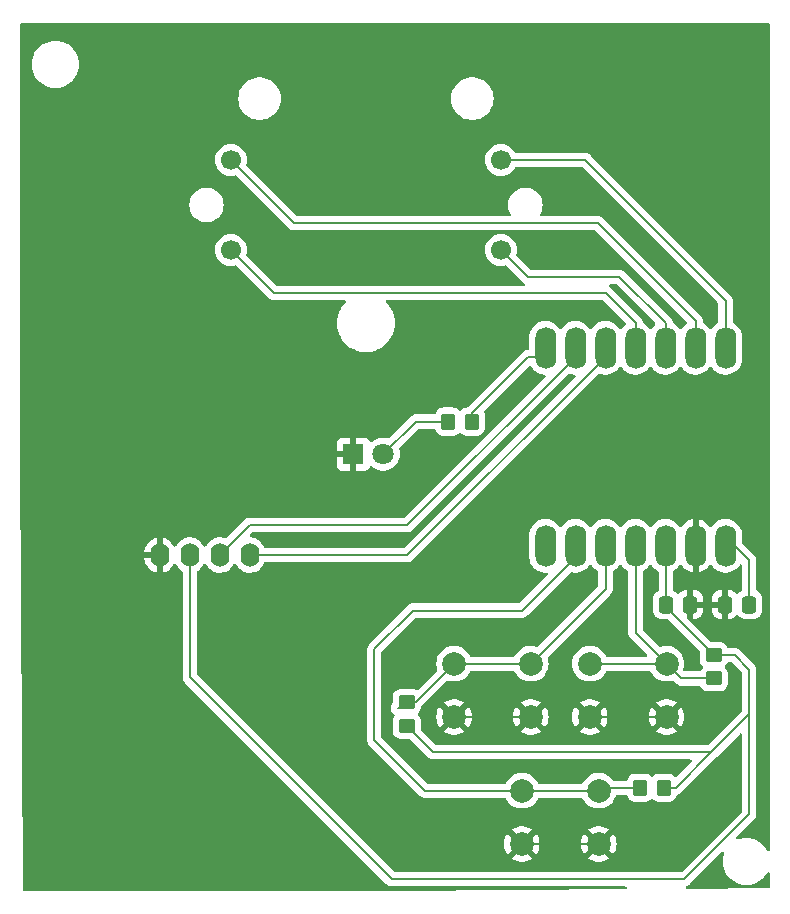
<source format=gbr>
%TF.GenerationSoftware,KiCad,Pcbnew,8.0.8*%
%TF.CreationDate,2025-02-27T23:00:34-08:00*%
%TF.ProjectId,514_final_display_pcb,3531345f-6669-46e6-916c-5f646973706c,rev?*%
%TF.SameCoordinates,Original*%
%TF.FileFunction,Copper,L1,Top*%
%TF.FilePolarity,Positive*%
%FSLAX46Y46*%
G04 Gerber Fmt 4.6, Leading zero omitted, Abs format (unit mm)*
G04 Created by KiCad (PCBNEW 8.0.8) date 2025-02-27 23:00:34*
%MOMM*%
%LPD*%
G01*
G04 APERTURE LIST*
G04 Aperture macros list*
%AMRoundRect*
0 Rectangle with rounded corners*
0 $1 Rounding radius*
0 $2 $3 $4 $5 $6 $7 $8 $9 X,Y pos of 4 corners*
0 Add a 4 corners polygon primitive as box body*
4,1,4,$2,$3,$4,$5,$6,$7,$8,$9,$2,$3,0*
0 Add four circle primitives for the rounded corners*
1,1,$1+$1,$2,$3*
1,1,$1+$1,$4,$5*
1,1,$1+$1,$6,$7*
1,1,$1+$1,$8,$9*
0 Add four rect primitives between the rounded corners*
20,1,$1+$1,$2,$3,$4,$5,0*
20,1,$1+$1,$4,$5,$6,$7,0*
20,1,$1+$1,$6,$7,$8,$9,0*
20,1,$1+$1,$8,$9,$2,$3,0*%
G04 Aperture macros list end*
%TA.AperFunction,ComponentPad*%
%ADD10R,1.800000X1.800000*%
%TD*%
%TA.AperFunction,ComponentPad*%
%ADD11C,1.800000*%
%TD*%
%TA.AperFunction,SMDPad,CuDef*%
%ADD12RoundRect,0.250000X-0.450000X0.350000X-0.450000X-0.350000X0.450000X-0.350000X0.450000X0.350000X0*%
%TD*%
%TA.AperFunction,ComponentPad*%
%ADD13C,1.700000*%
%TD*%
%TA.AperFunction,SMDPad,CuDef*%
%ADD14RoundRect,0.250000X0.350000X0.450000X-0.350000X0.450000X-0.350000X-0.450000X0.350000X-0.450000X0*%
%TD*%
%TA.AperFunction,ComponentPad*%
%ADD15C,2.000000*%
%TD*%
%TA.AperFunction,SMDPad,CuDef*%
%ADD16RoundRect,0.250000X-0.350000X-0.450000X0.350000X-0.450000X0.350000X0.450000X-0.350000X0.450000X0*%
%TD*%
%TA.AperFunction,ComponentPad*%
%ADD17O,1.600000X2.000000*%
%TD*%
%TA.AperFunction,SMDPad,CuDef*%
%ADD18RoundRect,0.250000X0.450000X-0.350000X0.450000X0.350000X-0.450000X0.350000X-0.450000X-0.350000X0*%
%TD*%
%TA.AperFunction,ComponentPad*%
%ADD19O,1.778000X3.556000*%
%TD*%
%TA.AperFunction,SMDPad,CuDef*%
%ADD20RoundRect,0.250000X0.337500X0.475000X-0.337500X0.475000X-0.337500X-0.475000X0.337500X-0.475000X0*%
%TD*%
%TA.AperFunction,SMDPad,CuDef*%
%ADD21RoundRect,0.250000X-0.337500X-0.475000X0.337500X-0.475000X0.337500X0.475000X-0.337500X0.475000X0*%
%TD*%
%TA.AperFunction,Conductor*%
%ADD22C,0.200000*%
%TD*%
G04 APERTURE END LIST*
D10*
%TO.P,D1,1,K*%
%TO.N,GND*%
X101975000Y-86000000D03*
D11*
%TO.P,D1,2,A*%
%TO.N,Net-(D1-A)*%
X104515000Y-86000000D03*
%TD*%
D12*
%TO.P,R4,1*%
%TO.N,/3.3V*%
X132500000Y-103000000D03*
%TO.P,R4,2*%
%TO.N,/minus*%
X132500000Y-105000000D03*
%TD*%
D13*
%TO.P,M1,1*%
%TO.N,/SM_1*%
X91610000Y-68720000D03*
%TO.P,M1,2,-*%
%TO.N,/SM_2*%
X91610000Y-61100000D03*
%TO.P,M1,3*%
%TO.N,/SM_3*%
X114470000Y-68720000D03*
%TO.P,M1,4*%
%TO.N,/SM_4*%
X114470000Y-61100000D03*
%TD*%
D14*
%TO.P,R2,1*%
%TO.N,/3.3V*%
X128250000Y-114250000D03*
%TO.P,R2,2*%
%TO.N,/Reset*%
X126250000Y-114250000D03*
%TD*%
D15*
%TO.P,SW2,1,1*%
%TO.N,GND*%
X117000000Y-108250000D03*
X110500000Y-108250000D03*
%TO.P,SW2,2,2*%
%TO.N,/plus*%
X117000000Y-103750000D03*
X110500000Y-103750000D03*
%TD*%
D16*
%TO.P,R1,1*%
%TO.N,Net-(D1-A)*%
X110000000Y-83250000D03*
%TO.P,R1,2*%
%TO.N,Net-(U1-GPIO43_TX_D6)*%
X112000000Y-83250000D03*
%TD*%
D17*
%TO.P,Brd1,1,GND*%
%TO.N,GND*%
X85580000Y-94550000D03*
%TO.P,Brd1,2,VCC*%
%TO.N,/3.3V*%
X88120000Y-94550000D03*
%TO.P,Brd1,3,SCL*%
%TO.N,/SSD_SCL*%
X90660000Y-94550000D03*
%TO.P,Brd1,4,SDA*%
%TO.N,/SSD_SDA*%
X93200000Y-94550000D03*
%TD*%
D18*
%TO.P,R3,1*%
%TO.N,/3.3V*%
X106500000Y-109000000D03*
%TO.P,R3,2*%
%TO.N,/plus*%
X106500000Y-107000000D03*
%TD*%
D15*
%TO.P,SW1,1,1*%
%TO.N,GND*%
X122750000Y-119000000D03*
X116250000Y-119000000D03*
%TO.P,SW1,2,2*%
%TO.N,/Reset*%
X122750000Y-114500000D03*
X116250000Y-114500000D03*
%TD*%
D19*
%TO.P,U1,1,GPIO1_A0_D0*%
%TO.N,/SM_4*%
X133490000Y-76998000D03*
%TO.P,U1,2,GPIO2_A1_D1*%
%TO.N,/SM_2*%
X130950000Y-76998000D03*
%TO.P,U1,3,GPIO3_A2_D2*%
%TO.N,/SM_3*%
X128410000Y-76998000D03*
%TO.P,U1,4,GPIO4_A3_D3*%
%TO.N,/SM_1*%
X125870000Y-76998000D03*
%TO.P,U1,5,GPIO4_A3_D3_SDA*%
%TO.N,/SSD_SDA*%
X123330000Y-76998000D03*
%TO.P,U1,6,GPIO6_A5_D5_SCL*%
%TO.N,/SSD_SCL*%
X120790000Y-76998000D03*
%TO.P,U1,7,GPIO43_TX_D6*%
%TO.N,Net-(U1-GPIO43_TX_D6)*%
X118250000Y-76998000D03*
%TO.P,U1,8,5V*%
%TO.N,/BT1*%
X133490000Y-93762000D03*
%TO.P,U1,9,GND*%
%TO.N,GND*%
X130950000Y-93762000D03*
%TO.P,U1,10,3V3*%
%TO.N,/3.3V*%
X128410000Y-93762000D03*
%TO.P,U1,11,GPIO9_A10_D10_COPI*%
%TO.N,/minus*%
X125870000Y-93762000D03*
%TO.P,U1,12,GPIO8_A9_D9_CIPO*%
%TO.N,/plus*%
X123330000Y-93762000D03*
%TO.P,U1,13,GPIO7_A8_D8_SCK*%
%TO.N,/Reset*%
X120790000Y-93762000D03*
%TO.P,U1,14,GPIO44_D7_RX*%
%TO.N,unconnected-(U1-GPIO44_D7_RX-Pad14)*%
X118250000Y-93762000D03*
%TD*%
D20*
%TO.P,C1,1*%
%TO.N,/BT1*%
X135500000Y-98750000D03*
%TO.P,C1,2*%
%TO.N,GND*%
X133425000Y-98750000D03*
%TD*%
D15*
%TO.P,SW3,1,1*%
%TO.N,GND*%
X128500000Y-108250000D03*
X122000000Y-108250000D03*
%TO.P,SW3,2,2*%
%TO.N,/minus*%
X128500000Y-103750000D03*
X122000000Y-103750000D03*
%TD*%
D21*
%TO.P,C2,1*%
%TO.N,/3.3V*%
X128425000Y-98750000D03*
%TO.P,C2,2*%
%TO.N,GND*%
X130500000Y-98750000D03*
%TD*%
D22*
%TO.N,/SSD_SCL*%
X93210000Y-92000000D02*
X106550000Y-92000000D01*
X90660000Y-94550000D02*
X93210000Y-92000000D01*
X106550000Y-92000000D02*
X120790000Y-77760000D01*
%TO.N,Net-(U1-GPIO43_TX_D6)*%
X116790000Y-77760000D02*
X118250000Y-77760000D01*
X112000000Y-82550000D02*
X116790000Y-77760000D01*
X112000000Y-83250000D02*
X112000000Y-82550000D01*
%TO.N,GND*%
X110500000Y-108250000D02*
X117000000Y-108250000D01*
X122000000Y-108250000D02*
X128500000Y-108250000D01*
X116250000Y-119000000D02*
X122750000Y-119000000D01*
%TO.N,/SSD_SDA*%
X93200000Y-94550000D02*
X106540000Y-94550000D01*
X106540000Y-94550000D02*
X123330000Y-77760000D01*
%TO.N,/BT1*%
X135500000Y-95010000D02*
X133490000Y-93000000D01*
X135500000Y-98750000D02*
X135500000Y-95010000D01*
%TO.N,Net-(D1-A)*%
X104515000Y-86000000D02*
X107265000Y-83250000D01*
X107265000Y-83250000D02*
X110000000Y-83250000D01*
%TO.N,/SM_2*%
X91610000Y-61100000D02*
X96978566Y-66468566D01*
X91600000Y-61100000D02*
X91500000Y-61000000D01*
X122718566Y-66468566D02*
X130950000Y-74700000D01*
X91610000Y-61100000D02*
X91600000Y-61100000D01*
X130950000Y-74700000D02*
X130950000Y-77760000D01*
X96978566Y-66468566D02*
X122718566Y-66468566D01*
%TO.N,/SM_4*%
X121600000Y-61100000D02*
X133500000Y-73000000D01*
X114470000Y-61030000D02*
X114470000Y-61100000D01*
X133490000Y-73010000D02*
X133490000Y-77760000D01*
X114470000Y-61030000D02*
X114500000Y-61000000D01*
X133500000Y-73000000D02*
X133490000Y-73010000D01*
X114470000Y-61100000D02*
X121600000Y-61100000D01*
%TO.N,/SM_1*%
X125870000Y-74870000D02*
X123357484Y-72357484D01*
X125870000Y-77760000D02*
X125870000Y-74870000D01*
X123357484Y-72357484D02*
X95247484Y-72357484D01*
X95247484Y-72357484D02*
X91610000Y-68720000D01*
%TO.N,/SM_3*%
X128410000Y-74910000D02*
X128410000Y-77760000D01*
X116750000Y-71000000D02*
X124500000Y-71000000D01*
X114470000Y-68720000D02*
X116750000Y-71000000D01*
X124500000Y-71000000D02*
X128410000Y-74910000D01*
%TO.N,/Reset*%
X116250000Y-99250000D02*
X120790000Y-94710000D01*
X103750000Y-102500000D02*
X107000000Y-99250000D01*
X123000000Y-114250000D02*
X122750000Y-114500000D01*
X120790000Y-94710000D02*
X120790000Y-93000000D01*
X108000000Y-114500000D02*
X103750000Y-110250000D01*
X116250000Y-114500000D02*
X122750000Y-114500000D01*
X107000000Y-99250000D02*
X116250000Y-99250000D01*
X116250000Y-114500000D02*
X108000000Y-114500000D01*
X103750000Y-110250000D02*
X103750000Y-102500000D01*
X126250000Y-114250000D02*
X123000000Y-114250000D01*
%TO.N,/plus*%
X106500000Y-107000000D02*
X107250000Y-107000000D01*
X117000000Y-103750000D02*
X123330000Y-97420000D01*
X110500000Y-103750000D02*
X117000000Y-103750000D01*
X105750000Y-107500000D02*
X106750000Y-107500000D01*
X107250000Y-107000000D02*
X110500000Y-103750000D01*
X123330000Y-97420000D02*
X123330000Y-93000000D01*
%TO.N,/minus*%
X132500000Y-105000000D02*
X129750000Y-105000000D01*
X125870000Y-101120000D02*
X125870000Y-93000000D01*
X122000000Y-103750000D02*
X128500000Y-103750000D01*
X128500000Y-103750000D02*
X125870000Y-101120000D01*
X129750000Y-105000000D02*
X128500000Y-103750000D01*
%TO.N,/3.3V*%
X135500000Y-116500000D02*
X135500000Y-107500000D01*
X135500000Y-107500000D02*
X135500000Y-104250000D01*
X128425000Y-98750000D02*
X128425000Y-98925000D01*
X88120000Y-94550000D02*
X88120000Y-104870000D01*
X134250000Y-103000000D02*
X132500000Y-103000000D01*
X128425000Y-98750000D02*
X128425000Y-93015000D01*
X132250000Y-111250000D02*
X135500000Y-108000000D01*
X105250000Y-122000000D02*
X130000000Y-122000000D01*
X135500000Y-104250000D02*
X134250000Y-103000000D01*
X129250000Y-114250000D02*
X132250000Y-111250000D01*
X128425000Y-98925000D02*
X132500000Y-103000000D01*
X135500000Y-108000000D02*
X135500000Y-107500000D01*
X106500000Y-109000000D02*
X108750000Y-111250000D01*
X108750000Y-111250000D02*
X132250000Y-111250000D01*
X130000000Y-122000000D02*
X135500000Y-116500000D01*
X88120000Y-104870000D02*
X105250000Y-122000000D01*
X128250000Y-114250000D02*
X129250000Y-114250000D01*
X128425000Y-93015000D02*
X128410000Y-93000000D01*
%TD*%
%TA.AperFunction,Conductor*%
%TO.N,GND*%
G36*
X137192539Y-49520185D02*
G01*
X137238294Y-49572989D01*
X137249500Y-49624500D01*
X137249500Y-119501743D01*
X137229815Y-119568782D01*
X137177011Y-119614537D01*
X137107853Y-119624481D01*
X137044297Y-119595456D01*
X137016668Y-119561170D01*
X136937229Y-119415690D01*
X136937224Y-119415682D01*
X136765745Y-119186612D01*
X136765729Y-119186594D01*
X136563405Y-118984270D01*
X136563387Y-118984254D01*
X136334317Y-118812775D01*
X136334309Y-118812770D01*
X136083166Y-118675635D01*
X136083167Y-118675635D01*
X135937009Y-118621121D01*
X135815046Y-118575631D01*
X135815043Y-118575630D01*
X135815037Y-118575628D01*
X135535433Y-118514804D01*
X135250001Y-118494390D01*
X135249999Y-118494390D01*
X134964566Y-118514804D01*
X134684960Y-118575629D01*
X134684955Y-118575630D01*
X134684954Y-118575631D01*
X134639405Y-118592620D01*
X134562991Y-118621121D01*
X134493300Y-118626105D01*
X134431977Y-118592620D01*
X134398492Y-118531297D01*
X134403476Y-118461605D01*
X134431977Y-118417258D01*
X134565603Y-118283632D01*
X135980520Y-116868716D01*
X136059577Y-116731784D01*
X136100501Y-116579057D01*
X136100501Y-116420942D01*
X136100501Y-116413347D01*
X136100500Y-116413329D01*
X136100500Y-104339059D01*
X136100501Y-104339046D01*
X136100501Y-104170945D01*
X136100501Y-104170943D01*
X136059577Y-104018215D01*
X136015985Y-103942712D01*
X135980520Y-103881284D01*
X135868716Y-103769480D01*
X135864385Y-103765149D01*
X135864374Y-103765139D01*
X134737590Y-102638355D01*
X134737588Y-102638352D01*
X134618717Y-102519481D01*
X134618716Y-102519480D01*
X134531904Y-102469360D01*
X134531904Y-102469359D01*
X134531900Y-102469358D01*
X134481785Y-102440423D01*
X134329057Y-102399499D01*
X134170943Y-102399499D01*
X134163347Y-102399499D01*
X134163331Y-102399500D01*
X133745908Y-102399500D01*
X133678869Y-102379815D01*
X133640363Y-102335728D01*
X133638605Y-102336813D01*
X133634381Y-102329964D01*
X133542712Y-102181344D01*
X133418656Y-102057288D01*
X133269334Y-101965186D01*
X133102797Y-101910001D01*
X133102795Y-101910000D01*
X133000016Y-101899500D01*
X133000009Y-101899500D01*
X132300097Y-101899500D01*
X132233058Y-101879815D01*
X132212416Y-101863181D01*
X130324234Y-99974999D01*
X130750000Y-99974999D01*
X130887472Y-99974999D01*
X130887486Y-99974998D01*
X130990197Y-99964505D01*
X131156619Y-99909358D01*
X131156624Y-99909356D01*
X131305845Y-99817315D01*
X131429815Y-99693345D01*
X131521856Y-99544124D01*
X131521858Y-99544119D01*
X131577005Y-99377697D01*
X131577006Y-99377690D01*
X131587499Y-99274986D01*
X132337501Y-99274986D01*
X132347994Y-99377697D01*
X132403141Y-99544119D01*
X132403143Y-99544124D01*
X132495184Y-99693345D01*
X132619154Y-99817315D01*
X132768375Y-99909356D01*
X132768380Y-99909358D01*
X132934802Y-99964505D01*
X132934809Y-99964506D01*
X133037519Y-99974999D01*
X133174999Y-99974999D01*
X133175000Y-99974998D01*
X133175000Y-99000000D01*
X132337501Y-99000000D01*
X132337501Y-99274986D01*
X131587499Y-99274986D01*
X131587500Y-99274973D01*
X131587500Y-99000000D01*
X130750000Y-99000000D01*
X130750000Y-99974999D01*
X130324234Y-99974999D01*
X130286319Y-99937084D01*
X130252834Y-99875761D01*
X130250000Y-99849403D01*
X130250000Y-98500000D01*
X130750000Y-98500000D01*
X131587499Y-98500000D01*
X131587499Y-98225028D01*
X131587498Y-98225013D01*
X132337500Y-98225013D01*
X132337500Y-98500000D01*
X133175000Y-98500000D01*
X133175000Y-97525000D01*
X133037527Y-97525000D01*
X133037512Y-97525001D01*
X132934802Y-97535494D01*
X132768380Y-97590641D01*
X132768375Y-97590643D01*
X132619154Y-97682684D01*
X132495184Y-97806654D01*
X132403143Y-97955875D01*
X132403141Y-97955880D01*
X132347994Y-98122302D01*
X132347993Y-98122309D01*
X132337500Y-98225013D01*
X131587498Y-98225013D01*
X131577005Y-98122302D01*
X131521858Y-97955880D01*
X131521856Y-97955875D01*
X131429815Y-97806654D01*
X131305845Y-97682684D01*
X131156624Y-97590643D01*
X131156619Y-97590641D01*
X130990197Y-97535494D01*
X130990190Y-97535493D01*
X130887486Y-97525000D01*
X130750000Y-97525000D01*
X130750000Y-98500000D01*
X130250000Y-98500000D01*
X130250000Y-97525000D01*
X130112527Y-97525000D01*
X130112512Y-97525001D01*
X130009802Y-97535494D01*
X129843380Y-97590641D01*
X129843375Y-97590643D01*
X129694154Y-97682684D01*
X129570183Y-97806655D01*
X129570179Y-97806660D01*
X129568326Y-97809665D01*
X129566518Y-97811290D01*
X129565702Y-97812323D01*
X129565525Y-97812183D01*
X129516374Y-97856385D01*
X129447411Y-97867601D01*
X129383331Y-97839752D01*
X129357253Y-97809653D01*
X129357237Y-97809628D01*
X129355212Y-97806344D01*
X129231156Y-97682288D01*
X129084402Y-97591770D01*
X129037679Y-97539823D01*
X129025500Y-97486232D01*
X129025500Y-95972846D01*
X129045185Y-95905807D01*
X129093204Y-95862361D01*
X129138257Y-95839407D01*
X129272374Y-95741966D01*
X129315193Y-95710857D01*
X129315195Y-95710854D01*
X129315199Y-95710852D01*
X129469852Y-95556199D01*
X129579991Y-95404603D01*
X129635320Y-95361939D01*
X129704933Y-95355960D01*
X129766729Y-95388565D01*
X129780627Y-95404605D01*
X129890524Y-95555866D01*
X129890528Y-95555871D01*
X130045128Y-95710471D01*
X130045133Y-95710475D01*
X130222001Y-95838976D01*
X130416808Y-95938237D01*
X130416811Y-95938238D01*
X130624739Y-96005797D01*
X130699999Y-96017717D01*
X130700000Y-96017717D01*
X130700000Y-93442251D01*
X130753919Y-93473381D01*
X130883120Y-93508000D01*
X131016880Y-93508000D01*
X131146081Y-93473381D01*
X131200000Y-93442251D01*
X131200000Y-96017717D01*
X131275258Y-96005797D01*
X131275261Y-96005797D01*
X131483188Y-95938238D01*
X131483191Y-95938237D01*
X131677998Y-95838976D01*
X131854866Y-95710475D01*
X131854871Y-95710471D01*
X132009469Y-95555873D01*
X132119371Y-95404605D01*
X132174701Y-95361939D01*
X132244314Y-95355960D01*
X132306110Y-95388565D01*
X132320008Y-95404605D01*
X132430142Y-95556192D01*
X132430146Y-95556197D01*
X132584806Y-95710857D01*
X132750374Y-95831147D01*
X132761743Y-95839407D01*
X132836793Y-95877647D01*
X132956616Y-95938701D01*
X132956619Y-95938702D01*
X133060621Y-95972493D01*
X133164625Y-96006286D01*
X133264672Y-96022132D01*
X133380639Y-96040500D01*
X133380644Y-96040500D01*
X133599361Y-96040500D01*
X133704082Y-96023912D01*
X133815375Y-96006286D01*
X134023383Y-95938701D01*
X134218257Y-95839407D01*
X134352374Y-95741966D01*
X134395193Y-95710857D01*
X134395195Y-95710854D01*
X134395199Y-95710852D01*
X134549852Y-95556199D01*
X134675183Y-95383694D01*
X134730511Y-95341030D01*
X134800124Y-95335051D01*
X134861920Y-95367656D01*
X134896277Y-95428495D01*
X134899500Y-95456581D01*
X134899500Y-97486232D01*
X134879815Y-97553271D01*
X134840598Y-97591769D01*
X134744923Y-97650781D01*
X134693842Y-97682289D01*
X134569788Y-97806343D01*
X134569783Y-97806349D01*
X134567741Y-97809661D01*
X134565747Y-97811453D01*
X134565307Y-97812011D01*
X134565211Y-97811935D01*
X134515791Y-97856383D01*
X134446828Y-97867602D01*
X134382747Y-97839755D01*
X134356668Y-97809656D01*
X134354819Y-97806659D01*
X134354816Y-97806655D01*
X134230845Y-97682684D01*
X134081624Y-97590643D01*
X134081619Y-97590641D01*
X133915197Y-97535494D01*
X133915190Y-97535493D01*
X133812486Y-97525000D01*
X133675000Y-97525000D01*
X133675000Y-99974999D01*
X133812472Y-99974999D01*
X133812486Y-99974998D01*
X133915197Y-99964505D01*
X134081619Y-99909358D01*
X134081624Y-99909356D01*
X134230845Y-99817315D01*
X134354818Y-99693342D01*
X134356665Y-99690348D01*
X134358469Y-99688724D01*
X134359298Y-99687677D01*
X134359476Y-99687818D01*
X134408610Y-99643621D01*
X134477573Y-99632396D01*
X134541656Y-99660236D01*
X134567743Y-99690341D01*
X134569788Y-99693656D01*
X134693844Y-99817712D01*
X134843166Y-99909814D01*
X135009703Y-99964999D01*
X135112491Y-99975500D01*
X135887508Y-99975499D01*
X135887516Y-99975498D01*
X135887519Y-99975498D01*
X135943802Y-99969748D01*
X135990297Y-99964999D01*
X136156834Y-99909814D01*
X136306156Y-99817712D01*
X136430212Y-99693656D01*
X136522314Y-99544334D01*
X136577499Y-99377797D01*
X136588000Y-99275009D01*
X136587999Y-98224992D01*
X136577499Y-98122203D01*
X136522314Y-97955666D01*
X136430212Y-97806344D01*
X136306156Y-97682288D01*
X136159402Y-97591770D01*
X136112679Y-97539823D01*
X136100500Y-97486232D01*
X136100500Y-94930945D01*
X136100500Y-94930943D01*
X136060534Y-94781785D01*
X136059577Y-94778215D01*
X136039241Y-94742993D01*
X136030639Y-94728094D01*
X136030637Y-94728092D01*
X135980520Y-94641284D01*
X135868716Y-94529480D01*
X135868715Y-94529479D01*
X135864385Y-94525149D01*
X135864374Y-94525139D01*
X134915819Y-93576584D01*
X134882334Y-93515261D01*
X134879500Y-93488903D01*
X134879500Y-92763638D01*
X134854109Y-92603334D01*
X134845286Y-92547625D01*
X134777701Y-92339617D01*
X134777701Y-92339616D01*
X134743315Y-92272132D01*
X134678407Y-92144743D01*
X134659681Y-92118969D01*
X134549857Y-91967806D01*
X134395193Y-91813142D01*
X134218260Y-91684595D01*
X134218259Y-91684594D01*
X134218257Y-91684593D01*
X134155825Y-91652782D01*
X134023383Y-91585298D01*
X134023380Y-91585297D01*
X133815376Y-91517714D01*
X133599361Y-91483500D01*
X133599356Y-91483500D01*
X133380644Y-91483500D01*
X133380639Y-91483500D01*
X133164623Y-91517714D01*
X132956619Y-91585297D01*
X132956616Y-91585298D01*
X132761739Y-91684595D01*
X132584806Y-91813142D01*
X132430146Y-91967802D01*
X132430142Y-91967807D01*
X132320008Y-92119394D01*
X132264678Y-92162060D01*
X132195065Y-92168039D01*
X132133270Y-92135433D01*
X132119372Y-92119394D01*
X132009475Y-91968133D01*
X132009471Y-91968128D01*
X131854871Y-91813528D01*
X131854866Y-91813524D01*
X131677998Y-91685023D01*
X131483191Y-91585762D01*
X131483188Y-91585761D01*
X131275258Y-91518201D01*
X131200000Y-91506281D01*
X131200000Y-92557748D01*
X131146081Y-92526619D01*
X131016880Y-92492000D01*
X130883120Y-92492000D01*
X130753919Y-92526619D01*
X130700000Y-92557748D01*
X130700000Y-91506281D01*
X130624741Y-91518201D01*
X130416811Y-91585761D01*
X130416808Y-91585762D01*
X130222001Y-91685023D01*
X130045133Y-91813524D01*
X130045128Y-91813528D01*
X129890528Y-91968128D01*
X129890524Y-91968133D01*
X129780627Y-92119394D01*
X129725297Y-92162060D01*
X129655684Y-92168039D01*
X129593889Y-92135433D01*
X129579991Y-92119394D01*
X129469857Y-91967807D01*
X129469853Y-91967802D01*
X129315193Y-91813142D01*
X129138260Y-91684595D01*
X129138259Y-91684594D01*
X129138257Y-91684593D01*
X129075825Y-91652782D01*
X128943383Y-91585298D01*
X128943380Y-91585297D01*
X128735376Y-91517714D01*
X128519361Y-91483500D01*
X128519356Y-91483500D01*
X128300644Y-91483500D01*
X128300639Y-91483500D01*
X128084623Y-91517714D01*
X127876619Y-91585297D01*
X127876616Y-91585298D01*
X127681739Y-91684595D01*
X127504806Y-91813142D01*
X127350142Y-91967806D01*
X127240318Y-92118969D01*
X127184989Y-92161635D01*
X127115375Y-92167614D01*
X127053580Y-92135009D01*
X127039682Y-92118969D01*
X126929857Y-91967806D01*
X126775193Y-91813142D01*
X126598260Y-91684595D01*
X126598259Y-91684594D01*
X126598257Y-91684593D01*
X126535825Y-91652782D01*
X126403383Y-91585298D01*
X126403380Y-91585297D01*
X126195376Y-91517714D01*
X125979361Y-91483500D01*
X125979356Y-91483500D01*
X125760644Y-91483500D01*
X125760639Y-91483500D01*
X125544623Y-91517714D01*
X125336619Y-91585297D01*
X125336616Y-91585298D01*
X125141739Y-91684595D01*
X124964806Y-91813142D01*
X124810142Y-91967806D01*
X124700318Y-92118969D01*
X124644989Y-92161635D01*
X124575375Y-92167614D01*
X124513580Y-92135009D01*
X124499682Y-92118969D01*
X124389857Y-91967806D01*
X124235193Y-91813142D01*
X124058260Y-91684595D01*
X124058259Y-91684594D01*
X124058257Y-91684593D01*
X123995825Y-91652782D01*
X123863383Y-91585298D01*
X123863380Y-91585297D01*
X123655376Y-91517714D01*
X123439361Y-91483500D01*
X123439356Y-91483500D01*
X123220644Y-91483500D01*
X123220639Y-91483500D01*
X123004623Y-91517714D01*
X122796619Y-91585297D01*
X122796616Y-91585298D01*
X122601739Y-91684595D01*
X122424806Y-91813142D01*
X122270142Y-91967806D01*
X122160318Y-92118969D01*
X122104989Y-92161635D01*
X122035375Y-92167614D01*
X121973580Y-92135009D01*
X121959682Y-92118969D01*
X121849857Y-91967806D01*
X121695193Y-91813142D01*
X121518260Y-91684595D01*
X121518259Y-91684594D01*
X121518257Y-91684593D01*
X121455825Y-91652782D01*
X121323383Y-91585298D01*
X121323380Y-91585297D01*
X121115376Y-91517714D01*
X120899361Y-91483500D01*
X120899356Y-91483500D01*
X120680644Y-91483500D01*
X120680639Y-91483500D01*
X120464623Y-91517714D01*
X120256619Y-91585297D01*
X120256616Y-91585298D01*
X120061739Y-91684595D01*
X119884806Y-91813142D01*
X119730142Y-91967806D01*
X119620318Y-92118969D01*
X119564989Y-92161635D01*
X119495375Y-92167614D01*
X119433580Y-92135009D01*
X119419682Y-92118969D01*
X119309857Y-91967806D01*
X119155193Y-91813142D01*
X118978260Y-91684595D01*
X118978259Y-91684594D01*
X118978257Y-91684593D01*
X118915825Y-91652782D01*
X118783383Y-91585298D01*
X118783380Y-91585297D01*
X118575376Y-91517714D01*
X118359361Y-91483500D01*
X118359356Y-91483500D01*
X118140644Y-91483500D01*
X118140639Y-91483500D01*
X117924623Y-91517714D01*
X117716619Y-91585297D01*
X117716616Y-91585298D01*
X117521739Y-91684595D01*
X117344806Y-91813142D01*
X117190142Y-91967806D01*
X117061595Y-92144739D01*
X116962298Y-92339616D01*
X116962297Y-92339619D01*
X116894714Y-92547623D01*
X116860500Y-92763638D01*
X116860500Y-94760361D01*
X116894714Y-94976376D01*
X116962297Y-95184380D01*
X116962298Y-95184383D01*
X117018083Y-95293865D01*
X117049722Y-95355960D01*
X117061595Y-95379260D01*
X117190142Y-95556193D01*
X117344806Y-95710857D01*
X117510374Y-95831147D01*
X117521743Y-95839407D01*
X117596793Y-95877647D01*
X117716616Y-95938701D01*
X117716619Y-95938702D01*
X117820621Y-95972493D01*
X117924625Y-96006286D01*
X118024672Y-96022132D01*
X118140639Y-96040500D01*
X118310901Y-96040500D01*
X118377940Y-96060185D01*
X118423695Y-96112989D01*
X118433639Y-96182147D01*
X118404614Y-96245703D01*
X118398582Y-96252181D01*
X116037584Y-98613181D01*
X115976261Y-98646666D01*
X115949903Y-98649500D01*
X107079057Y-98649500D01*
X106920943Y-98649500D01*
X106768215Y-98690423D01*
X106768214Y-98690423D01*
X106768212Y-98690424D01*
X106768209Y-98690425D01*
X106718096Y-98719359D01*
X106718095Y-98719360D01*
X106674689Y-98744420D01*
X106631285Y-98769479D01*
X106631282Y-98769481D01*
X103269481Y-102131282D01*
X103269479Y-102131285D01*
X103219361Y-102218094D01*
X103219359Y-102218096D01*
X103190425Y-102268209D01*
X103190424Y-102268210D01*
X103182652Y-102297215D01*
X103149499Y-102420943D01*
X103149499Y-102420945D01*
X103149499Y-102589046D01*
X103149500Y-102589059D01*
X103149500Y-110163330D01*
X103149499Y-110163348D01*
X103149499Y-110329054D01*
X103149498Y-110329054D01*
X103190423Y-110481785D01*
X103219358Y-110531900D01*
X103219359Y-110531904D01*
X103219360Y-110531904D01*
X103266284Y-110613181D01*
X103269479Y-110618714D01*
X103269481Y-110618717D01*
X103388349Y-110737585D01*
X103388354Y-110737589D01*
X107631284Y-114980520D01*
X107631286Y-114980521D01*
X107631290Y-114980524D01*
X107768209Y-115059573D01*
X107768216Y-115059577D01*
X107920943Y-115100501D01*
X107920945Y-115100501D01*
X108086654Y-115100501D01*
X108086670Y-115100500D01*
X114793884Y-115100500D01*
X114860923Y-115120185D01*
X114906678Y-115172989D01*
X114907440Y-115174689D01*
X114925827Y-115216608D01*
X115061833Y-115424782D01*
X115075841Y-115439999D01*
X115230256Y-115607738D01*
X115426491Y-115760474D01*
X115645190Y-115878828D01*
X115880386Y-115959571D01*
X116125665Y-116000500D01*
X116374335Y-116000500D01*
X116619614Y-115959571D01*
X116854810Y-115878828D01*
X117073509Y-115760474D01*
X117269744Y-115607738D01*
X117438164Y-115424785D01*
X117574173Y-115216607D01*
X117592560Y-115174689D01*
X117637517Y-115121204D01*
X117704253Y-115100514D01*
X117706116Y-115100500D01*
X121293884Y-115100500D01*
X121360923Y-115120185D01*
X121406678Y-115172989D01*
X121407440Y-115174689D01*
X121425827Y-115216608D01*
X121561833Y-115424782D01*
X121575841Y-115439999D01*
X121730256Y-115607738D01*
X121926491Y-115760474D01*
X122145190Y-115878828D01*
X122380386Y-115959571D01*
X122625665Y-116000500D01*
X122874335Y-116000500D01*
X123119614Y-115959571D01*
X123354810Y-115878828D01*
X123573509Y-115760474D01*
X123769744Y-115607738D01*
X123938164Y-115424785D01*
X124074173Y-115216607D01*
X124174063Y-114988881D01*
X124185413Y-114944059D01*
X124220952Y-114883904D01*
X124283372Y-114852512D01*
X124305619Y-114850500D01*
X125069699Y-114850500D01*
X125136738Y-114870185D01*
X125182493Y-114922989D01*
X125187403Y-114935492D01*
X125215186Y-115019334D01*
X125307288Y-115168656D01*
X125431344Y-115292712D01*
X125580666Y-115384814D01*
X125747203Y-115439999D01*
X125849991Y-115450500D01*
X126650008Y-115450499D01*
X126650016Y-115450498D01*
X126650019Y-115450498D01*
X126706302Y-115444748D01*
X126752797Y-115439999D01*
X126919334Y-115384814D01*
X127068656Y-115292712D01*
X127162319Y-115199049D01*
X127223642Y-115165564D01*
X127293334Y-115170548D01*
X127337681Y-115199049D01*
X127431344Y-115292712D01*
X127580666Y-115384814D01*
X127747203Y-115439999D01*
X127849991Y-115450500D01*
X128650008Y-115450499D01*
X128650016Y-115450498D01*
X128650019Y-115450498D01*
X128706302Y-115444748D01*
X128752797Y-115439999D01*
X128919334Y-115384814D01*
X129068656Y-115292712D01*
X129192712Y-115168656D01*
X129284814Y-115019334D01*
X129320870Y-114910522D01*
X129360641Y-114853080D01*
X129406479Y-114829754D01*
X129481785Y-114809577D01*
X129531904Y-114780639D01*
X129618716Y-114730520D01*
X129730520Y-114618716D01*
X129730520Y-114618714D01*
X129740728Y-114608507D01*
X129740729Y-114608504D01*
X132730520Y-111618716D01*
X132730520Y-111618714D01*
X132740724Y-111608511D01*
X132740727Y-111608506D01*
X134687820Y-109661413D01*
X134749142Y-109627930D01*
X134818834Y-109632914D01*
X134874767Y-109674786D01*
X134899184Y-109740250D01*
X134899500Y-109749096D01*
X134899500Y-116199902D01*
X134879815Y-116266941D01*
X134863181Y-116287583D01*
X129787584Y-121363181D01*
X129726261Y-121396666D01*
X129699903Y-121399500D01*
X105550097Y-121399500D01*
X105483058Y-121379815D01*
X105462416Y-121363181D01*
X103099229Y-118999994D01*
X114744859Y-118999994D01*
X114744859Y-119000005D01*
X114765385Y-119247729D01*
X114765387Y-119247738D01*
X114826412Y-119488717D01*
X114926267Y-119716367D01*
X115026562Y-119869881D01*
X115726212Y-119170233D01*
X115737482Y-119212292D01*
X115809890Y-119337708D01*
X115912292Y-119440110D01*
X116037708Y-119512518D01*
X116079766Y-119523787D01*
X115379943Y-120223609D01*
X115426768Y-120260055D01*
X115426771Y-120260057D01*
X115645385Y-120378364D01*
X115645396Y-120378369D01*
X115880506Y-120459083D01*
X116125707Y-120500000D01*
X116374293Y-120500000D01*
X116619493Y-120459083D01*
X116854603Y-120378369D01*
X116854614Y-120378364D01*
X117073230Y-120260056D01*
X117073236Y-120260051D01*
X117120055Y-120223610D01*
X117120056Y-120223609D01*
X116420233Y-119523787D01*
X116462292Y-119512518D01*
X116587708Y-119440110D01*
X116690110Y-119337708D01*
X116762518Y-119212292D01*
X116773787Y-119170234D01*
X117473435Y-119869882D01*
X117573733Y-119716364D01*
X117673587Y-119488717D01*
X117734612Y-119247738D01*
X117734614Y-119247729D01*
X117755141Y-119000005D01*
X117755141Y-118999994D01*
X121244859Y-118999994D01*
X121244859Y-119000005D01*
X121265385Y-119247729D01*
X121265387Y-119247738D01*
X121326412Y-119488717D01*
X121426267Y-119716367D01*
X121526562Y-119869881D01*
X122226212Y-119170233D01*
X122237482Y-119212292D01*
X122309890Y-119337708D01*
X122412292Y-119440110D01*
X122537708Y-119512518D01*
X122579766Y-119523787D01*
X121879943Y-120223609D01*
X121926768Y-120260055D01*
X121926771Y-120260057D01*
X122145385Y-120378364D01*
X122145396Y-120378369D01*
X122380506Y-120459083D01*
X122625707Y-120500000D01*
X122874293Y-120500000D01*
X123119493Y-120459083D01*
X123354603Y-120378369D01*
X123354614Y-120378364D01*
X123573230Y-120260056D01*
X123573236Y-120260051D01*
X123620055Y-120223610D01*
X123620056Y-120223609D01*
X122920233Y-119523787D01*
X122962292Y-119512518D01*
X123087708Y-119440110D01*
X123190110Y-119337708D01*
X123262518Y-119212292D01*
X123273787Y-119170234D01*
X123973435Y-119869882D01*
X124073733Y-119716364D01*
X124173587Y-119488717D01*
X124234612Y-119247738D01*
X124234614Y-119247729D01*
X124255141Y-119000005D01*
X124255141Y-118999994D01*
X124234614Y-118752270D01*
X124234612Y-118752261D01*
X124173587Y-118511282D01*
X124073732Y-118283632D01*
X123973435Y-118130116D01*
X123273787Y-118829765D01*
X123262518Y-118787708D01*
X123190110Y-118662292D01*
X123087708Y-118559890D01*
X122962292Y-118487482D01*
X122920233Y-118476212D01*
X123620055Y-117776389D01*
X123620055Y-117776388D01*
X123573236Y-117739947D01*
X123573231Y-117739944D01*
X123354614Y-117621635D01*
X123354603Y-117621630D01*
X123119493Y-117540916D01*
X122874293Y-117500000D01*
X122625707Y-117500000D01*
X122380506Y-117540916D01*
X122145396Y-117621630D01*
X122145385Y-117621635D01*
X121926770Y-117739943D01*
X121879943Y-117776389D01*
X122579766Y-118476212D01*
X122537708Y-118487482D01*
X122412292Y-118559890D01*
X122309890Y-118662292D01*
X122237482Y-118787708D01*
X122226212Y-118829766D01*
X121526563Y-118130117D01*
X121426267Y-118283633D01*
X121426265Y-118283637D01*
X121326412Y-118511282D01*
X121265387Y-118752261D01*
X121265385Y-118752270D01*
X121244859Y-118999994D01*
X117755141Y-118999994D01*
X117734614Y-118752270D01*
X117734612Y-118752261D01*
X117673587Y-118511282D01*
X117573732Y-118283632D01*
X117473435Y-118130116D01*
X116773787Y-118829765D01*
X116762518Y-118787708D01*
X116690110Y-118662292D01*
X116587708Y-118559890D01*
X116462292Y-118487482D01*
X116420233Y-118476212D01*
X117120055Y-117776389D01*
X117120055Y-117776388D01*
X117073236Y-117739947D01*
X117073231Y-117739944D01*
X116854614Y-117621635D01*
X116854603Y-117621630D01*
X116619493Y-117540916D01*
X116374293Y-117500000D01*
X116125707Y-117500000D01*
X115880506Y-117540916D01*
X115645396Y-117621630D01*
X115645385Y-117621635D01*
X115426770Y-117739943D01*
X115379943Y-117776389D01*
X116079766Y-118476212D01*
X116037708Y-118487482D01*
X115912292Y-118559890D01*
X115809890Y-118662292D01*
X115737482Y-118787708D01*
X115726212Y-118829766D01*
X115026563Y-118130117D01*
X114926267Y-118283633D01*
X114926265Y-118283637D01*
X114826412Y-118511282D01*
X114765387Y-118752261D01*
X114765385Y-118752270D01*
X114744859Y-118999994D01*
X103099229Y-118999994D01*
X88756819Y-104657584D01*
X88723334Y-104596261D01*
X88720500Y-104569903D01*
X88720500Y-95979601D01*
X88740185Y-95912562D01*
X88788206Y-95869116D01*
X88801610Y-95862287D01*
X88967219Y-95741966D01*
X89111966Y-95597219D01*
X89111968Y-95597215D01*
X89111971Y-95597213D01*
X89232284Y-95431614D01*
X89232286Y-95431611D01*
X89232287Y-95431610D01*
X89279516Y-95338917D01*
X89327489Y-95288123D01*
X89395310Y-95271328D01*
X89461445Y-95293865D01*
X89500483Y-95338917D01*
X89525997Y-95388990D01*
X89547715Y-95431614D01*
X89668028Y-95597213D01*
X89812786Y-95741971D01*
X89967749Y-95854556D01*
X89978390Y-95862287D01*
X90063803Y-95905807D01*
X90160776Y-95955218D01*
X90160778Y-95955218D01*
X90160781Y-95955220D01*
X90226111Y-95976447D01*
X90355465Y-96018477D01*
X90456557Y-96034488D01*
X90557648Y-96050500D01*
X90557649Y-96050500D01*
X90762351Y-96050500D01*
X90762352Y-96050500D01*
X90964534Y-96018477D01*
X91159219Y-95955220D01*
X91341610Y-95862287D01*
X91434590Y-95794732D01*
X91507213Y-95741971D01*
X91507215Y-95741968D01*
X91507219Y-95741966D01*
X91651966Y-95597219D01*
X91651968Y-95597215D01*
X91651971Y-95597213D01*
X91772284Y-95431614D01*
X91772286Y-95431611D01*
X91772287Y-95431610D01*
X91819516Y-95338917D01*
X91867489Y-95288123D01*
X91935310Y-95271328D01*
X92001445Y-95293865D01*
X92040483Y-95338917D01*
X92065997Y-95388990D01*
X92087715Y-95431614D01*
X92208028Y-95597213D01*
X92352786Y-95741971D01*
X92507749Y-95854556D01*
X92518390Y-95862287D01*
X92603803Y-95905807D01*
X92700776Y-95955218D01*
X92700778Y-95955218D01*
X92700781Y-95955220D01*
X92766111Y-95976447D01*
X92895465Y-96018477D01*
X92996557Y-96034488D01*
X93097648Y-96050500D01*
X93097649Y-96050500D01*
X93302351Y-96050500D01*
X93302352Y-96050500D01*
X93504534Y-96018477D01*
X93699219Y-95955220D01*
X93881610Y-95862287D01*
X93974590Y-95794732D01*
X94047213Y-95741971D01*
X94047215Y-95741968D01*
X94047219Y-95741966D01*
X94191966Y-95597219D01*
X94191968Y-95597215D01*
X94191971Y-95597213D01*
X94244732Y-95524590D01*
X94312287Y-95431610D01*
X94405220Y-95249219D01*
X94409457Y-95236180D01*
X94448895Y-95178505D01*
X94513254Y-95151308D01*
X94527387Y-95150500D01*
X106453331Y-95150500D01*
X106453347Y-95150501D01*
X106460943Y-95150501D01*
X106619054Y-95150501D01*
X106619057Y-95150501D01*
X106771785Y-95109577D01*
X106825237Y-95078716D01*
X106908716Y-95030520D01*
X107020520Y-94918716D01*
X107020520Y-94918714D01*
X107030724Y-94908511D01*
X107030728Y-94908506D01*
X122718672Y-79220561D01*
X122779993Y-79187078D01*
X122844665Y-79190312D01*
X122937768Y-79220563D01*
X123004624Y-79242286D01*
X123220639Y-79276500D01*
X123220644Y-79276500D01*
X123439361Y-79276500D01*
X123544082Y-79259912D01*
X123655375Y-79242286D01*
X123863383Y-79174701D01*
X124058257Y-79075407D01*
X124157601Y-79003229D01*
X124235193Y-78946857D01*
X124235195Y-78946854D01*
X124235199Y-78946852D01*
X124389852Y-78792199D01*
X124499683Y-78641028D01*
X124555011Y-78598364D01*
X124624624Y-78592385D01*
X124686420Y-78624990D01*
X124700313Y-78641023D01*
X124810144Y-78792193D01*
X124810148Y-78792199D01*
X124964806Y-78946857D01*
X125130374Y-79067147D01*
X125141743Y-79075407D01*
X125269132Y-79140315D01*
X125336616Y-79174701D01*
X125336619Y-79174702D01*
X125384666Y-79190313D01*
X125544625Y-79242286D01*
X125644672Y-79258132D01*
X125760639Y-79276500D01*
X125760644Y-79276500D01*
X125979361Y-79276500D01*
X126084082Y-79259912D01*
X126195375Y-79242286D01*
X126403383Y-79174701D01*
X126598257Y-79075407D01*
X126697601Y-79003229D01*
X126775193Y-78946857D01*
X126775195Y-78946854D01*
X126775199Y-78946852D01*
X126929852Y-78792199D01*
X127039683Y-78641028D01*
X127095011Y-78598364D01*
X127164624Y-78592385D01*
X127226420Y-78624990D01*
X127240313Y-78641023D01*
X127350144Y-78792193D01*
X127350148Y-78792199D01*
X127504806Y-78946857D01*
X127670374Y-79067147D01*
X127681743Y-79075407D01*
X127809132Y-79140315D01*
X127876616Y-79174701D01*
X127876619Y-79174702D01*
X127924666Y-79190313D01*
X128084625Y-79242286D01*
X128184672Y-79258132D01*
X128300639Y-79276500D01*
X128300644Y-79276500D01*
X128519361Y-79276500D01*
X128624082Y-79259912D01*
X128735375Y-79242286D01*
X128943383Y-79174701D01*
X129138257Y-79075407D01*
X129237601Y-79003229D01*
X129315193Y-78946857D01*
X129315195Y-78946854D01*
X129315199Y-78946852D01*
X129469852Y-78792199D01*
X129579683Y-78641028D01*
X129635011Y-78598364D01*
X129704624Y-78592385D01*
X129766420Y-78624990D01*
X129780313Y-78641023D01*
X129890144Y-78792193D01*
X129890148Y-78792199D01*
X130044806Y-78946857D01*
X130210374Y-79067147D01*
X130221743Y-79075407D01*
X130349132Y-79140315D01*
X130416616Y-79174701D01*
X130416619Y-79174702D01*
X130464666Y-79190313D01*
X130624625Y-79242286D01*
X130724672Y-79258132D01*
X130840639Y-79276500D01*
X130840644Y-79276500D01*
X131059361Y-79276500D01*
X131164082Y-79259912D01*
X131275375Y-79242286D01*
X131483383Y-79174701D01*
X131678257Y-79075407D01*
X131777601Y-79003229D01*
X131855193Y-78946857D01*
X131855195Y-78946854D01*
X131855199Y-78946852D01*
X132009852Y-78792199D01*
X132119683Y-78641028D01*
X132175011Y-78598364D01*
X132244624Y-78592385D01*
X132306420Y-78624990D01*
X132320313Y-78641023D01*
X132430144Y-78792193D01*
X132430148Y-78792199D01*
X132584806Y-78946857D01*
X132750374Y-79067147D01*
X132761743Y-79075407D01*
X132889132Y-79140315D01*
X132956616Y-79174701D01*
X132956619Y-79174702D01*
X133004666Y-79190313D01*
X133164625Y-79242286D01*
X133264672Y-79258132D01*
X133380639Y-79276500D01*
X133380644Y-79276500D01*
X133599361Y-79276500D01*
X133704082Y-79259912D01*
X133815375Y-79242286D01*
X134023383Y-79174701D01*
X134218257Y-79075407D01*
X134317601Y-79003229D01*
X134395193Y-78946857D01*
X134395195Y-78946854D01*
X134395199Y-78946852D01*
X134549852Y-78792199D01*
X134549854Y-78792195D01*
X134549857Y-78792193D01*
X134606229Y-78714601D01*
X134678407Y-78615257D01*
X134777701Y-78420383D01*
X134845286Y-78212375D01*
X134862912Y-78101082D01*
X134879500Y-77996361D01*
X134879500Y-75999638D01*
X134859595Y-75873971D01*
X134845286Y-75783625D01*
X134811493Y-75679621D01*
X134777702Y-75575619D01*
X134777701Y-75575616D01*
X134690060Y-75403614D01*
X134678407Y-75380743D01*
X134659681Y-75354969D01*
X134549857Y-75203806D01*
X134395193Y-75049142D01*
X134218258Y-74920593D01*
X134158204Y-74889993D01*
X134107408Y-74842018D01*
X134090500Y-74779509D01*
X134090500Y-73132702D01*
X134094725Y-73100609D01*
X134094987Y-73099631D01*
X134100500Y-73079057D01*
X134100500Y-72920943D01*
X134059577Y-72768215D01*
X133980519Y-72631284D01*
X133868716Y-72519481D01*
X122087590Y-60738355D01*
X122087588Y-60738352D01*
X121968717Y-60619481D01*
X121968716Y-60619480D01*
X121881904Y-60569360D01*
X121881904Y-60569359D01*
X121881900Y-60569358D01*
X121831785Y-60540423D01*
X121679057Y-60499499D01*
X121520943Y-60499499D01*
X121513347Y-60499499D01*
X121513331Y-60499500D01*
X115759091Y-60499500D01*
X115692052Y-60479815D01*
X115646711Y-60427909D01*
X115644037Y-60422175D01*
X115644034Y-60422170D01*
X115644033Y-60422169D01*
X115508495Y-60228599D01*
X115508494Y-60228597D01*
X115341402Y-60061506D01*
X115341395Y-60061501D01*
X115147834Y-59925967D01*
X115147830Y-59925965D01*
X115147828Y-59925964D01*
X114933663Y-59826097D01*
X114933659Y-59826096D01*
X114933655Y-59826094D01*
X114705413Y-59764938D01*
X114705403Y-59764936D01*
X114470001Y-59744341D01*
X114469999Y-59744341D01*
X114234596Y-59764936D01*
X114234586Y-59764938D01*
X114006344Y-59826094D01*
X114006335Y-59826098D01*
X113792171Y-59925964D01*
X113792169Y-59925965D01*
X113598597Y-60061505D01*
X113431505Y-60228597D01*
X113295965Y-60422169D01*
X113295964Y-60422171D01*
X113196098Y-60636335D01*
X113196094Y-60636344D01*
X113134938Y-60864586D01*
X113134936Y-60864596D01*
X113114341Y-61099999D01*
X113114341Y-61100000D01*
X113134936Y-61335403D01*
X113134938Y-61335413D01*
X113196094Y-61563655D01*
X113196096Y-61563659D01*
X113196097Y-61563663D01*
X113268839Y-61719658D01*
X113295965Y-61777830D01*
X113295967Y-61777834D01*
X113404281Y-61932521D01*
X113431505Y-61971401D01*
X113598599Y-62138495D01*
X113695384Y-62206265D01*
X113792165Y-62274032D01*
X113792167Y-62274033D01*
X113792170Y-62274035D01*
X114006337Y-62373903D01*
X114234592Y-62435063D01*
X114422918Y-62451539D01*
X114469999Y-62455659D01*
X114470000Y-62455659D01*
X114470001Y-62455659D01*
X114509234Y-62452226D01*
X114705408Y-62435063D01*
X114933663Y-62373903D01*
X115147830Y-62274035D01*
X115341401Y-62138495D01*
X115508495Y-61971401D01*
X115644035Y-61777830D01*
X115646707Y-61772097D01*
X115692878Y-61719658D01*
X115759091Y-61700500D01*
X121299903Y-61700500D01*
X121366942Y-61720185D01*
X121387584Y-61736819D01*
X132853181Y-73202416D01*
X132886666Y-73263739D01*
X132889500Y-73290097D01*
X132889500Y-74779509D01*
X132869815Y-74846548D01*
X132821796Y-74889993D01*
X132761741Y-74920593D01*
X132584806Y-75049142D01*
X132430142Y-75203806D01*
X132320318Y-75354969D01*
X132264989Y-75397635D01*
X132195375Y-75403614D01*
X132133580Y-75371009D01*
X132119682Y-75354969D01*
X132009857Y-75203806D01*
X131855193Y-75049142D01*
X131678258Y-74920593D01*
X131618205Y-74889994D01*
X131567410Y-74842020D01*
X131550501Y-74779510D01*
X131550501Y-74620944D01*
X131550501Y-74620943D01*
X131509577Y-74468216D01*
X131487212Y-74429478D01*
X131430524Y-74331290D01*
X131430518Y-74331282D01*
X123206156Y-66106921D01*
X123206154Y-66106918D01*
X123087283Y-65988047D01*
X123087282Y-65988046D01*
X123000470Y-65937926D01*
X123000470Y-65937925D01*
X123000466Y-65937924D01*
X122950351Y-65908989D01*
X122797623Y-65868065D01*
X122639509Y-65868065D01*
X122631913Y-65868065D01*
X122631897Y-65868066D01*
X117875827Y-65868066D01*
X117808788Y-65848381D01*
X117763033Y-65795577D01*
X117753089Y-65726419D01*
X117772018Y-65676244D01*
X117820049Y-65602728D01*
X117916610Y-65382591D01*
X117975620Y-65149563D01*
X117995471Y-64910000D01*
X117975620Y-64670437D01*
X117916610Y-64437409D01*
X117820049Y-64217272D01*
X117688571Y-64016031D01*
X117525764Y-63839175D01*
X117525759Y-63839171D01*
X117525757Y-63839169D01*
X117336075Y-63691533D01*
X117336069Y-63691529D01*
X117124657Y-63577118D01*
X117124652Y-63577116D01*
X116897300Y-63499066D01*
X116719468Y-63469391D01*
X116660192Y-63459500D01*
X116419808Y-63459500D01*
X116372387Y-63467413D01*
X116182699Y-63499066D01*
X115955347Y-63577116D01*
X115955342Y-63577118D01*
X115743930Y-63691529D01*
X115743924Y-63691533D01*
X115554242Y-63839169D01*
X115554239Y-63839172D01*
X115391430Y-64016029D01*
X115391427Y-64016033D01*
X115259951Y-64217270D01*
X115163389Y-64437410D01*
X115104379Y-64670440D01*
X115084529Y-64909994D01*
X115084529Y-64910005D01*
X115104379Y-65149559D01*
X115104379Y-65149562D01*
X115104380Y-65149563D01*
X115163390Y-65382591D01*
X115259951Y-65602728D01*
X115259952Y-65602729D01*
X115307982Y-65676244D01*
X115328169Y-65743134D01*
X115308989Y-65810319D01*
X115256531Y-65856470D01*
X115204173Y-65868066D01*
X97278663Y-65868066D01*
X97211624Y-65848381D01*
X97190982Y-65831747D01*
X92942766Y-61583531D01*
X92909281Y-61522208D01*
X92910672Y-61463757D01*
X92911863Y-61459309D01*
X92945063Y-61335408D01*
X92965659Y-61100000D01*
X92945063Y-60864592D01*
X92883903Y-60636337D01*
X92784035Y-60422171D01*
X92784034Y-60422169D01*
X92648494Y-60228597D01*
X92481402Y-60061506D01*
X92481395Y-60061501D01*
X92287834Y-59925967D01*
X92287830Y-59925965D01*
X92287828Y-59925964D01*
X92073663Y-59826097D01*
X92073659Y-59826096D01*
X92073655Y-59826094D01*
X91845413Y-59764938D01*
X91845403Y-59764936D01*
X91610001Y-59744341D01*
X91609999Y-59744341D01*
X91374596Y-59764936D01*
X91374586Y-59764938D01*
X91146344Y-59826094D01*
X91146335Y-59826098D01*
X90932171Y-59925964D01*
X90932169Y-59925965D01*
X90738597Y-60061505D01*
X90571505Y-60228597D01*
X90435965Y-60422169D01*
X90435964Y-60422171D01*
X90336098Y-60636335D01*
X90336094Y-60636344D01*
X90274938Y-60864586D01*
X90274936Y-60864596D01*
X90254341Y-61099999D01*
X90254341Y-61100000D01*
X90274936Y-61335403D01*
X90274938Y-61335413D01*
X90336094Y-61563655D01*
X90336096Y-61563659D01*
X90336097Y-61563663D01*
X90408839Y-61719658D01*
X90435965Y-61777830D01*
X90435967Y-61777834D01*
X90544281Y-61932521D01*
X90571505Y-61971401D01*
X90738599Y-62138495D01*
X90835384Y-62206265D01*
X90932165Y-62274032D01*
X90932167Y-62274033D01*
X90932170Y-62274035D01*
X91146337Y-62373903D01*
X91374592Y-62435063D01*
X91562918Y-62451539D01*
X91609999Y-62455659D01*
X91610000Y-62455659D01*
X91610001Y-62455659D01*
X91649234Y-62452226D01*
X91845408Y-62435063D01*
X91973757Y-62400672D01*
X92043606Y-62402335D01*
X92093531Y-62432766D01*
X96493705Y-66832940D01*
X96493715Y-66832951D01*
X96498045Y-66837281D01*
X96498046Y-66837282D01*
X96609850Y-66949086D01*
X96696661Y-66999205D01*
X96696663Y-66999207D01*
X96734717Y-67021177D01*
X96746781Y-67028143D01*
X96899509Y-67069067D01*
X96899512Y-67069067D01*
X97065219Y-67069067D01*
X97065235Y-67069066D01*
X122418469Y-67069066D01*
X122485508Y-67088751D01*
X122506150Y-67105385D01*
X130176776Y-74776012D01*
X130210261Y-74837335D01*
X130205277Y-74907027D01*
X130163405Y-74962960D01*
X130161981Y-74964011D01*
X130044802Y-75049146D01*
X129890142Y-75203806D01*
X129780318Y-75354969D01*
X129724989Y-75397635D01*
X129655375Y-75403614D01*
X129593580Y-75371009D01*
X129579682Y-75354969D01*
X129469857Y-75203806D01*
X129315193Y-75049142D01*
X129138258Y-74920593D01*
X129067309Y-74884442D01*
X129016514Y-74836467D01*
X129003833Y-74806058D01*
X128969577Y-74678215D01*
X128925726Y-74602264D01*
X128890520Y-74541284D01*
X128778716Y-74429480D01*
X128778715Y-74429479D01*
X128774385Y-74425149D01*
X128774374Y-74425139D01*
X124987590Y-70638355D01*
X124987588Y-70638352D01*
X124868717Y-70519481D01*
X124868716Y-70519480D01*
X124781904Y-70469360D01*
X124781904Y-70469359D01*
X124781900Y-70469358D01*
X124731785Y-70440423D01*
X124579057Y-70399499D01*
X124420943Y-70399499D01*
X124413347Y-70399499D01*
X124413331Y-70399500D01*
X117050097Y-70399500D01*
X116983058Y-70379815D01*
X116962416Y-70363181D01*
X115802766Y-69203531D01*
X115769281Y-69142208D01*
X115770672Y-69083757D01*
X115771863Y-69079309D01*
X115805063Y-68955408D01*
X115825659Y-68720000D01*
X115805063Y-68484592D01*
X115743903Y-68256337D01*
X115644035Y-68042171D01*
X115508495Y-67848599D01*
X115508494Y-67848597D01*
X115341402Y-67681506D01*
X115341395Y-67681501D01*
X115147834Y-67545967D01*
X115147830Y-67545965D01*
X115147828Y-67545964D01*
X114933663Y-67446097D01*
X114933659Y-67446096D01*
X114933655Y-67446094D01*
X114705413Y-67384938D01*
X114705403Y-67384936D01*
X114470001Y-67364341D01*
X114469999Y-67364341D01*
X114234596Y-67384936D01*
X114234586Y-67384938D01*
X114006344Y-67446094D01*
X114006335Y-67446098D01*
X113792171Y-67545964D01*
X113792169Y-67545965D01*
X113598597Y-67681505D01*
X113431505Y-67848597D01*
X113295965Y-68042169D01*
X113295964Y-68042171D01*
X113196098Y-68256335D01*
X113196094Y-68256344D01*
X113134938Y-68484586D01*
X113134936Y-68484596D01*
X113114341Y-68719999D01*
X113114341Y-68720000D01*
X113134936Y-68955403D01*
X113134938Y-68955413D01*
X113196094Y-69183655D01*
X113196096Y-69183659D01*
X113196097Y-69183663D01*
X113205362Y-69203531D01*
X113295965Y-69397830D01*
X113295967Y-69397834D01*
X113404281Y-69552521D01*
X113431505Y-69591401D01*
X113598599Y-69758495D01*
X113695384Y-69826265D01*
X113792165Y-69894032D01*
X113792167Y-69894033D01*
X113792170Y-69894035D01*
X114006337Y-69993903D01*
X114234592Y-70055063D01*
X114422918Y-70071539D01*
X114469999Y-70075659D01*
X114470000Y-70075659D01*
X114470001Y-70075659D01*
X114509234Y-70072226D01*
X114705408Y-70055063D01*
X114833757Y-70020672D01*
X114903606Y-70022335D01*
X114953531Y-70052766D01*
X116265139Y-71364374D01*
X116265149Y-71364385D01*
X116269479Y-71368715D01*
X116269480Y-71368716D01*
X116381284Y-71480520D01*
X116456956Y-71524208D01*
X116459360Y-71525596D01*
X116507576Y-71576163D01*
X116520800Y-71644770D01*
X116494832Y-71709635D01*
X116437919Y-71750164D01*
X116397361Y-71756984D01*
X95547581Y-71756984D01*
X95480542Y-71737299D01*
X95459900Y-71720665D01*
X92942766Y-69203531D01*
X92909281Y-69142208D01*
X92910672Y-69083757D01*
X92911863Y-69079309D01*
X92945063Y-68955408D01*
X92965659Y-68720000D01*
X92945063Y-68484592D01*
X92883903Y-68256337D01*
X92784035Y-68042171D01*
X92648495Y-67848599D01*
X92648494Y-67848597D01*
X92481402Y-67681506D01*
X92481395Y-67681501D01*
X92287834Y-67545967D01*
X92287830Y-67545965D01*
X92287828Y-67545964D01*
X92073663Y-67446097D01*
X92073659Y-67446096D01*
X92073655Y-67446094D01*
X91845413Y-67384938D01*
X91845403Y-67384936D01*
X91610001Y-67364341D01*
X91609999Y-67364341D01*
X91374596Y-67384936D01*
X91374586Y-67384938D01*
X91146344Y-67446094D01*
X91146335Y-67446098D01*
X90932171Y-67545964D01*
X90932169Y-67545965D01*
X90738597Y-67681505D01*
X90571505Y-67848597D01*
X90435965Y-68042169D01*
X90435964Y-68042171D01*
X90336098Y-68256335D01*
X90336094Y-68256344D01*
X90274938Y-68484586D01*
X90274936Y-68484596D01*
X90254341Y-68719999D01*
X90254341Y-68720000D01*
X90274936Y-68955403D01*
X90274938Y-68955413D01*
X90336094Y-69183655D01*
X90336096Y-69183659D01*
X90336097Y-69183663D01*
X90345362Y-69203531D01*
X90435965Y-69397830D01*
X90435967Y-69397834D01*
X90544281Y-69552521D01*
X90571505Y-69591401D01*
X90738599Y-69758495D01*
X90835384Y-69826265D01*
X90932165Y-69894032D01*
X90932167Y-69894033D01*
X90932170Y-69894035D01*
X91146337Y-69993903D01*
X91374592Y-70055063D01*
X91562918Y-70071539D01*
X91609999Y-70075659D01*
X91610000Y-70075659D01*
X91610001Y-70075659D01*
X91649234Y-70072226D01*
X91845408Y-70055063D01*
X91973757Y-70020672D01*
X92043606Y-70022335D01*
X92093531Y-70052766D01*
X94762623Y-72721858D01*
X94762633Y-72721869D01*
X94766963Y-72726199D01*
X94766964Y-72726200D01*
X94878768Y-72838004D01*
X94965579Y-72888123D01*
X94965581Y-72888125D01*
X95015697Y-72917060D01*
X95015699Y-72917061D01*
X95168426Y-72957984D01*
X95168427Y-72957984D01*
X101225759Y-72957984D01*
X101292798Y-72977669D01*
X101338553Y-73030473D01*
X101348497Y-73099631D01*
X101319472Y-73163187D01*
X101310643Y-73172376D01*
X101250132Y-73229199D01*
X101053577Y-73466793D01*
X100888366Y-73727126D01*
X100888362Y-73727132D01*
X100757080Y-74006120D01*
X100757078Y-74006125D01*
X100661795Y-74299376D01*
X100661794Y-74299380D01*
X100661794Y-74299381D01*
X100636977Y-74429478D01*
X100604016Y-74602264D01*
X100604014Y-74602274D01*
X100584655Y-74909994D01*
X100584655Y-74910005D01*
X100604014Y-75217725D01*
X100604015Y-75217732D01*
X100661795Y-75520623D01*
X100757078Y-75813874D01*
X100757080Y-75813879D01*
X100888362Y-76092867D01*
X100888366Y-76092873D01*
X101053577Y-76353206D01*
X101053579Y-76353209D01*
X101053584Y-76353216D01*
X101250131Y-76590799D01*
X101250132Y-76590800D01*
X101474902Y-76801874D01*
X101474912Y-76801882D01*
X101724348Y-76983108D01*
X101724353Y-76983110D01*
X101724360Y-76983116D01*
X101994565Y-77131663D01*
X101994570Y-77131665D01*
X101994572Y-77131666D01*
X101994573Y-77131667D01*
X102281253Y-77245171D01*
X102281256Y-77245172D01*
X102579910Y-77321853D01*
X102579914Y-77321854D01*
X102644091Y-77329961D01*
X102885816Y-77360499D01*
X102885825Y-77360499D01*
X102885828Y-77360500D01*
X102885830Y-77360500D01*
X103194170Y-77360500D01*
X103194172Y-77360500D01*
X103194175Y-77360499D01*
X103194183Y-77360499D01*
X103376722Y-77337438D01*
X103500086Y-77321854D01*
X103798743Y-77245172D01*
X103798746Y-77245171D01*
X104085426Y-77131667D01*
X104085427Y-77131666D01*
X104085425Y-77131666D01*
X104085435Y-77131663D01*
X104355640Y-76983116D01*
X104605096Y-76801876D01*
X104829869Y-76590799D01*
X105026416Y-76353216D01*
X105191635Y-76092871D01*
X105322922Y-75813873D01*
X105418206Y-75520619D01*
X105475984Y-75217736D01*
X105475985Y-75217725D01*
X105495345Y-74910005D01*
X105495345Y-74909994D01*
X105475985Y-74602274D01*
X105475984Y-74602264D01*
X105473281Y-74588095D01*
X105418206Y-74299381D01*
X105322922Y-74006127D01*
X105322919Y-74006120D01*
X105191637Y-73727132D01*
X105191633Y-73727126D01*
X105026422Y-73466793D01*
X105026420Y-73466791D01*
X105026416Y-73466784D01*
X104829869Y-73229201D01*
X104769357Y-73172376D01*
X104733962Y-73112134D01*
X104736756Y-73042321D01*
X104776850Y-72985100D01*
X104841515Y-72958639D01*
X104854241Y-72957984D01*
X123057387Y-72957984D01*
X123124426Y-72977669D01*
X123145068Y-72994303D01*
X124998314Y-74847549D01*
X125031799Y-74908872D01*
X125026815Y-74978564D01*
X124984943Y-75034497D01*
X124983522Y-75035545D01*
X124964807Y-75049143D01*
X124964798Y-75049150D01*
X124810142Y-75203806D01*
X124700318Y-75354969D01*
X124644989Y-75397635D01*
X124575375Y-75403614D01*
X124513580Y-75371009D01*
X124499682Y-75354969D01*
X124389857Y-75203806D01*
X124235193Y-75049142D01*
X124058260Y-74920595D01*
X124058259Y-74920594D01*
X124058257Y-74920593D01*
X123987307Y-74884442D01*
X123863383Y-74821298D01*
X123863380Y-74821297D01*
X123655376Y-74753714D01*
X123439361Y-74719500D01*
X123439356Y-74719500D01*
X123220644Y-74719500D01*
X123220639Y-74719500D01*
X123004623Y-74753714D01*
X122796619Y-74821297D01*
X122796616Y-74821298D01*
X122601739Y-74920595D01*
X122424806Y-75049142D01*
X122270142Y-75203806D01*
X122160318Y-75354969D01*
X122104989Y-75397635D01*
X122035375Y-75403614D01*
X121973580Y-75371009D01*
X121959682Y-75354969D01*
X121849857Y-75203806D01*
X121695193Y-75049142D01*
X121518260Y-74920595D01*
X121518259Y-74920594D01*
X121518257Y-74920593D01*
X121447307Y-74884442D01*
X121323383Y-74821298D01*
X121323380Y-74821297D01*
X121115376Y-74753714D01*
X120899361Y-74719500D01*
X120899356Y-74719500D01*
X120680644Y-74719500D01*
X120680639Y-74719500D01*
X120464623Y-74753714D01*
X120256619Y-74821297D01*
X120256616Y-74821298D01*
X120061739Y-74920595D01*
X119884806Y-75049142D01*
X119730142Y-75203806D01*
X119620318Y-75354969D01*
X119564989Y-75397635D01*
X119495375Y-75403614D01*
X119433580Y-75371009D01*
X119419682Y-75354969D01*
X119309857Y-75203806D01*
X119155193Y-75049142D01*
X118978260Y-74920595D01*
X118978259Y-74920594D01*
X118978257Y-74920593D01*
X118907307Y-74884442D01*
X118783383Y-74821298D01*
X118783380Y-74821297D01*
X118575376Y-74753714D01*
X118359361Y-74719500D01*
X118359356Y-74719500D01*
X118140644Y-74719500D01*
X118140639Y-74719500D01*
X117924623Y-74753714D01*
X117716619Y-74821297D01*
X117716616Y-74821298D01*
X117521739Y-74920595D01*
X117344806Y-75049142D01*
X117190142Y-75203806D01*
X117061595Y-75380739D01*
X116962298Y-75575616D01*
X116962297Y-75575619D01*
X116894714Y-75783623D01*
X116860500Y-75999638D01*
X116860500Y-77035499D01*
X116840815Y-77102538D01*
X116788011Y-77148293D01*
X116736500Y-77159499D01*
X116710943Y-77159499D01*
X116603587Y-77188265D01*
X116558210Y-77200424D01*
X116558209Y-77200425D01*
X116508096Y-77229359D01*
X116508095Y-77229360D01*
X116480708Y-77245172D01*
X116421285Y-77279479D01*
X116421282Y-77279481D01*
X116309478Y-77391286D01*
X111687582Y-82013181D01*
X111626259Y-82046666D01*
X111603130Y-82049156D01*
X111603140Y-82049341D01*
X111599981Y-82049501D01*
X111497202Y-82060001D01*
X111497200Y-82060001D01*
X111330668Y-82115185D01*
X111330663Y-82115187D01*
X111181342Y-82207289D01*
X111087681Y-82300951D01*
X111026358Y-82334436D01*
X110956666Y-82329452D01*
X110912319Y-82300951D01*
X110818657Y-82207289D01*
X110818656Y-82207288D01*
X110669334Y-82115186D01*
X110502797Y-82060001D01*
X110502795Y-82060000D01*
X110400010Y-82049500D01*
X109599998Y-82049500D01*
X109599980Y-82049501D01*
X109497203Y-82060000D01*
X109497200Y-82060001D01*
X109330668Y-82115185D01*
X109330663Y-82115187D01*
X109181342Y-82207289D01*
X109057289Y-82331342D01*
X108965187Y-82480663D01*
X108965185Y-82480668D01*
X108937405Y-82564504D01*
X108897632Y-82621949D01*
X108833116Y-82648772D01*
X108819699Y-82649500D01*
X107344057Y-82649500D01*
X107185942Y-82649500D01*
X107033215Y-82690423D01*
X107033214Y-82690423D01*
X107033212Y-82690424D01*
X107033209Y-82690425D01*
X106983096Y-82719359D01*
X106983095Y-82719360D01*
X106939689Y-82744420D01*
X106896285Y-82769479D01*
X106896282Y-82769481D01*
X106784478Y-82881286D01*
X105039840Y-84625923D01*
X104978517Y-84659408D01*
X104911898Y-84655524D01*
X104859981Y-84637702D01*
X104672404Y-84606401D01*
X104631049Y-84599500D01*
X104398951Y-84599500D01*
X104357596Y-84606401D01*
X104170015Y-84637702D01*
X103950504Y-84713061D01*
X103950495Y-84713064D01*
X103746371Y-84823531D01*
X103746365Y-84823535D01*
X103563222Y-84966081D01*
X103563215Y-84966087D01*
X103554484Y-84975572D01*
X103494595Y-85011561D01*
X103424757Y-85009458D01*
X103367143Y-84969932D01*
X103347075Y-84934918D01*
X103318355Y-84857915D01*
X103318350Y-84857906D01*
X103232190Y-84742812D01*
X103232187Y-84742809D01*
X103117093Y-84656649D01*
X103117086Y-84656645D01*
X102982379Y-84606403D01*
X102982372Y-84606401D01*
X102922844Y-84600000D01*
X102225000Y-84600000D01*
X102225000Y-85624722D01*
X102148694Y-85580667D01*
X102034244Y-85550000D01*
X101915756Y-85550000D01*
X101801306Y-85580667D01*
X101725000Y-85624722D01*
X101725000Y-84600000D01*
X101027155Y-84600000D01*
X100967627Y-84606401D01*
X100967620Y-84606403D01*
X100832913Y-84656645D01*
X100832906Y-84656649D01*
X100717812Y-84742809D01*
X100717809Y-84742812D01*
X100631649Y-84857906D01*
X100631645Y-84857913D01*
X100581403Y-84992620D01*
X100581401Y-84992627D01*
X100575000Y-85052155D01*
X100575000Y-85750000D01*
X101599722Y-85750000D01*
X101555667Y-85826306D01*
X101525000Y-85940756D01*
X101525000Y-86059244D01*
X101555667Y-86173694D01*
X101599722Y-86250000D01*
X100575000Y-86250000D01*
X100575000Y-86947844D01*
X100581401Y-87007372D01*
X100581403Y-87007379D01*
X100631645Y-87142086D01*
X100631649Y-87142093D01*
X100717809Y-87257187D01*
X100717812Y-87257190D01*
X100832906Y-87343350D01*
X100832913Y-87343354D01*
X100967620Y-87393596D01*
X100967627Y-87393598D01*
X101027155Y-87399999D01*
X101027172Y-87400000D01*
X101725000Y-87400000D01*
X101725000Y-86375277D01*
X101801306Y-86419333D01*
X101915756Y-86450000D01*
X102034244Y-86450000D01*
X102148694Y-86419333D01*
X102225000Y-86375277D01*
X102225000Y-87400000D01*
X102922828Y-87400000D01*
X102922844Y-87399999D01*
X102982372Y-87393598D01*
X102982379Y-87393596D01*
X103117086Y-87343354D01*
X103117093Y-87343350D01*
X103232187Y-87257190D01*
X103232190Y-87257187D01*
X103318350Y-87142093D01*
X103318355Y-87142084D01*
X103347075Y-87065081D01*
X103388945Y-87009147D01*
X103454409Y-86984729D01*
X103522682Y-86999580D01*
X103554484Y-87024428D01*
X103563216Y-87033913D01*
X103563219Y-87033915D01*
X103563222Y-87033918D01*
X103746365Y-87176464D01*
X103746371Y-87176468D01*
X103746374Y-87176470D01*
X103950497Y-87286936D01*
X104064487Y-87326068D01*
X104170015Y-87362297D01*
X104170017Y-87362297D01*
X104170019Y-87362298D01*
X104398951Y-87400500D01*
X104398952Y-87400500D01*
X104631048Y-87400500D01*
X104631049Y-87400500D01*
X104859981Y-87362298D01*
X105079503Y-87286936D01*
X105283626Y-87176470D01*
X105466784Y-87033913D01*
X105623979Y-86863153D01*
X105750924Y-86668849D01*
X105844157Y-86456300D01*
X105901134Y-86231305D01*
X105920300Y-86000000D01*
X105920300Y-85999993D01*
X105901135Y-85768702D01*
X105901131Y-85768682D01*
X105856680Y-85593151D01*
X105859304Y-85523331D01*
X105889202Y-85475031D01*
X107477416Y-83886819D01*
X107538739Y-83853334D01*
X107565097Y-83850500D01*
X108819699Y-83850500D01*
X108886738Y-83870185D01*
X108932493Y-83922989D01*
X108937403Y-83935492D01*
X108965186Y-84019334D01*
X109057288Y-84168656D01*
X109181344Y-84292712D01*
X109330666Y-84384814D01*
X109497203Y-84439999D01*
X109599991Y-84450500D01*
X110400008Y-84450499D01*
X110400016Y-84450498D01*
X110400019Y-84450498D01*
X110456302Y-84444748D01*
X110502797Y-84439999D01*
X110669334Y-84384814D01*
X110818656Y-84292712D01*
X110912319Y-84199049D01*
X110973642Y-84165564D01*
X111043334Y-84170548D01*
X111087681Y-84199049D01*
X111181344Y-84292712D01*
X111330666Y-84384814D01*
X111497203Y-84439999D01*
X111599991Y-84450500D01*
X112400008Y-84450499D01*
X112400016Y-84450498D01*
X112400019Y-84450498D01*
X112456302Y-84444748D01*
X112502797Y-84439999D01*
X112669334Y-84384814D01*
X112818656Y-84292712D01*
X112942712Y-84168656D01*
X113034814Y-84019334D01*
X113089999Y-83852797D01*
X113100500Y-83750009D01*
X113100499Y-82749992D01*
X113089999Y-82647203D01*
X113034814Y-82480666D01*
X113034808Y-82480656D01*
X113034544Y-82480089D01*
X113034477Y-82479652D01*
X113032542Y-82473811D01*
X113033539Y-82473480D01*
X113024045Y-82411013D01*
X113052559Y-82347226D01*
X113059227Y-82340006D01*
X116847205Y-78552028D01*
X116908526Y-78518545D01*
X116978218Y-78523529D01*
X117034151Y-78565401D01*
X117045368Y-78583415D01*
X117061593Y-78615258D01*
X117190142Y-78792193D01*
X117344806Y-78946857D01*
X117510374Y-79067147D01*
X117521743Y-79075407D01*
X117649132Y-79140315D01*
X117716616Y-79174701D01*
X117716619Y-79174702D01*
X117764666Y-79190313D01*
X117924625Y-79242286D01*
X118047038Y-79261674D01*
X118145117Y-79277209D01*
X118208252Y-79307138D01*
X118245183Y-79366450D01*
X118244185Y-79436312D01*
X118213400Y-79487363D01*
X106337584Y-91363181D01*
X106276261Y-91396666D01*
X106249903Y-91399500D01*
X93296670Y-91399500D01*
X93296654Y-91399499D01*
X93289058Y-91399499D01*
X93130943Y-91399499D01*
X93054579Y-91419961D01*
X92978214Y-91440423D01*
X92978209Y-91440426D01*
X92841290Y-91519475D01*
X92841282Y-91519481D01*
X91255794Y-93104968D01*
X91194471Y-93138453D01*
X91129795Y-93135218D01*
X90964537Y-93081523D01*
X90812897Y-93057505D01*
X90762352Y-93049500D01*
X90557648Y-93049500D01*
X90533329Y-93053351D01*
X90355465Y-93081522D01*
X90160776Y-93144781D01*
X89978386Y-93237715D01*
X89812786Y-93358028D01*
X89668028Y-93502786D01*
X89547715Y-93668386D01*
X89500485Y-93761080D01*
X89452510Y-93811876D01*
X89384689Y-93828671D01*
X89318554Y-93806134D01*
X89279515Y-93761080D01*
X89232419Y-93668650D01*
X89232287Y-93668390D01*
X89165587Y-93576584D01*
X89111971Y-93502786D01*
X88967213Y-93358028D01*
X88801613Y-93237715D01*
X88801612Y-93237714D01*
X88801610Y-93237713D01*
X88719903Y-93196081D01*
X88619223Y-93144781D01*
X88424534Y-93081522D01*
X88249995Y-93053878D01*
X88222352Y-93049500D01*
X88017648Y-93049500D01*
X87993329Y-93053351D01*
X87815465Y-93081522D01*
X87620776Y-93144781D01*
X87438386Y-93237715D01*
X87272786Y-93358028D01*
X87128028Y-93502786D01*
X87007713Y-93668388D01*
X86960203Y-93761630D01*
X86912228Y-93812426D01*
X86844407Y-93829220D01*
X86778272Y-93806682D01*
X86739234Y-93761628D01*
X86691861Y-93668652D01*
X86571582Y-93503105D01*
X86571582Y-93503104D01*
X86426895Y-93358417D01*
X86261349Y-93238140D01*
X86079029Y-93145244D01*
X85884413Y-93082009D01*
X85830000Y-93073390D01*
X85830000Y-94116988D01*
X85772993Y-94084075D01*
X85645826Y-94050000D01*
X85514174Y-94050000D01*
X85387007Y-94084075D01*
X85330000Y-94116988D01*
X85330000Y-93073390D01*
X85275586Y-93082009D01*
X85080970Y-93145244D01*
X84898650Y-93238140D01*
X84733105Y-93358417D01*
X84733104Y-93358417D01*
X84588417Y-93503104D01*
X84588417Y-93503105D01*
X84468140Y-93668650D01*
X84375244Y-93850968D01*
X84312009Y-94045582D01*
X84280000Y-94247682D01*
X84280000Y-94300000D01*
X85146988Y-94300000D01*
X85114075Y-94357007D01*
X85080000Y-94484174D01*
X85080000Y-94615826D01*
X85114075Y-94742993D01*
X85146988Y-94800000D01*
X84280000Y-94800000D01*
X84280000Y-94852317D01*
X84312009Y-95054417D01*
X84375244Y-95249031D01*
X84468140Y-95431349D01*
X84588417Y-95596894D01*
X84588417Y-95596895D01*
X84733104Y-95741582D01*
X84898650Y-95861859D01*
X85080968Y-95954754D01*
X85275578Y-96017988D01*
X85330000Y-96026607D01*
X85330000Y-94983012D01*
X85387007Y-95015925D01*
X85514174Y-95050000D01*
X85645826Y-95050000D01*
X85772993Y-95015925D01*
X85830000Y-94983012D01*
X85830000Y-96026606D01*
X85884421Y-96017988D01*
X86079031Y-95954754D01*
X86261349Y-95861859D01*
X86426894Y-95741582D01*
X86426895Y-95741582D01*
X86571582Y-95596895D01*
X86571582Y-95596894D01*
X86691861Y-95431347D01*
X86739234Y-95338371D01*
X86787208Y-95287575D01*
X86855028Y-95270779D01*
X86921164Y-95293316D01*
X86960203Y-95338369D01*
X87007713Y-95431611D01*
X87128028Y-95597213D01*
X87128034Y-95597219D01*
X87272781Y-95741966D01*
X87438390Y-95862287D01*
X87451793Y-95869116D01*
X87502589Y-95917088D01*
X87519500Y-95979601D01*
X87519500Y-104783330D01*
X87519499Y-104783348D01*
X87519499Y-104949054D01*
X87519498Y-104949054D01*
X87560423Y-105101785D01*
X87589358Y-105151900D01*
X87589359Y-105151904D01*
X87589360Y-105151904D01*
X87622653Y-105209571D01*
X87639479Y-105238714D01*
X87639481Y-105238717D01*
X87758349Y-105357585D01*
X87758355Y-105357590D01*
X104765139Y-122364374D01*
X104765149Y-122364385D01*
X104769479Y-122368715D01*
X104769480Y-122368716D01*
X104881284Y-122480520D01*
X104889383Y-122485196D01*
X104924742Y-122505610D01*
X104924741Y-122505610D01*
X104924744Y-122505611D01*
X105018209Y-122559574D01*
X105018210Y-122559574D01*
X105018215Y-122559577D01*
X105170942Y-122600500D01*
X105170943Y-122600500D01*
X124989998Y-122600500D01*
X125057037Y-122620185D01*
X125102792Y-122672989D01*
X125112736Y-122742147D01*
X125083711Y-122805703D01*
X125024933Y-122843477D01*
X124990974Y-122848496D01*
X105814008Y-122999496D01*
X105813032Y-122999500D01*
X74121472Y-122999500D01*
X74054433Y-122979815D01*
X74008678Y-122927011D01*
X73997475Y-122876338D01*
X73996621Y-122750000D01*
X73750503Y-86324444D01*
X73750500Y-86323606D01*
X73750500Y-64909994D01*
X88084529Y-64909994D01*
X88084529Y-64910005D01*
X88104379Y-65149559D01*
X88163389Y-65382589D01*
X88259951Y-65602729D01*
X88340763Y-65726419D01*
X88391429Y-65803969D01*
X88554236Y-65980825D01*
X88554239Y-65980827D01*
X88554242Y-65980830D01*
X88743924Y-66128466D01*
X88743930Y-66128470D01*
X88743933Y-66128472D01*
X88955344Y-66242882D01*
X88955347Y-66242883D01*
X89182699Y-66320933D01*
X89182701Y-66320933D01*
X89182703Y-66320934D01*
X89419808Y-66360500D01*
X89419809Y-66360500D01*
X89660191Y-66360500D01*
X89660192Y-66360500D01*
X89897297Y-66320934D01*
X90124656Y-66242882D01*
X90336067Y-66128472D01*
X90525764Y-65980825D01*
X90688571Y-65803969D01*
X90820049Y-65602728D01*
X90916610Y-65382591D01*
X90975620Y-65149563D01*
X90995471Y-64910000D01*
X90975620Y-64670437D01*
X90916610Y-64437409D01*
X90820049Y-64217272D01*
X90688571Y-64016031D01*
X90525764Y-63839175D01*
X90525759Y-63839171D01*
X90525757Y-63839169D01*
X90336075Y-63691533D01*
X90336069Y-63691529D01*
X90124657Y-63577118D01*
X90124652Y-63577116D01*
X89897300Y-63499066D01*
X89719468Y-63469391D01*
X89660192Y-63459500D01*
X89419808Y-63459500D01*
X89372387Y-63467413D01*
X89182699Y-63499066D01*
X88955347Y-63577116D01*
X88955342Y-63577118D01*
X88743930Y-63691529D01*
X88743924Y-63691533D01*
X88554242Y-63839169D01*
X88554239Y-63839172D01*
X88391430Y-64016029D01*
X88391427Y-64016033D01*
X88259951Y-64217270D01*
X88163389Y-64437410D01*
X88104379Y-64670440D01*
X88084529Y-64909994D01*
X73750500Y-64909994D01*
X73750500Y-55909995D01*
X92234451Y-55909995D01*
X92234451Y-55910004D01*
X92254616Y-56179101D01*
X92314664Y-56442188D01*
X92314666Y-56442195D01*
X92413257Y-56693398D01*
X92548185Y-56927102D01*
X92684080Y-57097509D01*
X92716442Y-57138089D01*
X92903183Y-57311358D01*
X92914259Y-57321635D01*
X93137226Y-57473651D01*
X93380359Y-57590738D01*
X93638228Y-57670280D01*
X93638229Y-57670280D01*
X93638232Y-57670281D01*
X93905063Y-57710499D01*
X93905068Y-57710499D01*
X93905071Y-57710500D01*
X93905072Y-57710500D01*
X94174928Y-57710500D01*
X94174929Y-57710500D01*
X94174936Y-57710499D01*
X94441767Y-57670281D01*
X94441768Y-57670280D01*
X94441772Y-57670280D01*
X94699641Y-57590738D01*
X94942775Y-57473651D01*
X95165741Y-57321635D01*
X95363561Y-57138085D01*
X95531815Y-56927102D01*
X95666743Y-56693398D01*
X95765334Y-56442195D01*
X95825383Y-56179103D01*
X95845549Y-55910000D01*
X95845549Y-55909995D01*
X110234451Y-55909995D01*
X110234451Y-55910004D01*
X110254616Y-56179101D01*
X110314664Y-56442188D01*
X110314666Y-56442195D01*
X110413257Y-56693398D01*
X110548185Y-56927102D01*
X110684080Y-57097509D01*
X110716442Y-57138089D01*
X110903183Y-57311358D01*
X110914259Y-57321635D01*
X111137226Y-57473651D01*
X111380359Y-57590738D01*
X111638228Y-57670280D01*
X111638229Y-57670280D01*
X111638232Y-57670281D01*
X111905063Y-57710499D01*
X111905068Y-57710499D01*
X111905071Y-57710500D01*
X111905072Y-57710500D01*
X112174928Y-57710500D01*
X112174929Y-57710500D01*
X112174936Y-57710499D01*
X112441767Y-57670281D01*
X112441768Y-57670280D01*
X112441772Y-57670280D01*
X112699641Y-57590738D01*
X112942775Y-57473651D01*
X113165741Y-57321635D01*
X113363561Y-57138085D01*
X113531815Y-56927102D01*
X113666743Y-56693398D01*
X113765334Y-56442195D01*
X113825383Y-56179103D01*
X113845549Y-55910000D01*
X113825383Y-55640897D01*
X113765334Y-55377805D01*
X113666743Y-55126602D01*
X113531815Y-54892898D01*
X113363561Y-54681915D01*
X113363560Y-54681914D01*
X113363557Y-54681910D01*
X113165741Y-54498365D01*
X112942775Y-54346349D01*
X112942769Y-54346346D01*
X112942768Y-54346345D01*
X112942767Y-54346344D01*
X112699643Y-54229263D01*
X112699645Y-54229263D01*
X112441773Y-54149720D01*
X112441767Y-54149718D01*
X112174936Y-54109500D01*
X112174929Y-54109500D01*
X111905071Y-54109500D01*
X111905063Y-54109500D01*
X111638232Y-54149718D01*
X111638226Y-54149720D01*
X111380358Y-54229262D01*
X111137230Y-54346346D01*
X110914258Y-54498365D01*
X110716442Y-54681910D01*
X110548185Y-54892898D01*
X110413258Y-55126599D01*
X110413256Y-55126603D01*
X110314666Y-55377804D01*
X110314664Y-55377811D01*
X110254616Y-55640898D01*
X110234451Y-55909995D01*
X95845549Y-55909995D01*
X95825383Y-55640897D01*
X95765334Y-55377805D01*
X95666743Y-55126602D01*
X95531815Y-54892898D01*
X95363561Y-54681915D01*
X95363560Y-54681914D01*
X95363557Y-54681910D01*
X95165741Y-54498365D01*
X94942775Y-54346349D01*
X94942769Y-54346346D01*
X94942768Y-54346345D01*
X94942767Y-54346344D01*
X94699643Y-54229263D01*
X94699645Y-54229263D01*
X94441773Y-54149720D01*
X94441767Y-54149718D01*
X94174936Y-54109500D01*
X94174929Y-54109500D01*
X93905071Y-54109500D01*
X93905063Y-54109500D01*
X93638232Y-54149718D01*
X93638226Y-54149720D01*
X93380358Y-54229262D01*
X93137230Y-54346346D01*
X92914258Y-54498365D01*
X92716442Y-54681910D01*
X92548185Y-54892898D01*
X92413258Y-55126599D01*
X92413256Y-55126603D01*
X92314666Y-55377804D01*
X92314664Y-55377811D01*
X92254616Y-55640898D01*
X92234451Y-55909995D01*
X73750500Y-55909995D01*
X73750500Y-52999998D01*
X74744390Y-52999998D01*
X74744390Y-53000001D01*
X74764804Y-53285433D01*
X74825628Y-53565037D01*
X74925635Y-53833166D01*
X75062770Y-54084309D01*
X75062775Y-54084317D01*
X75234254Y-54313387D01*
X75234270Y-54313405D01*
X75436594Y-54515729D01*
X75436612Y-54515745D01*
X75665682Y-54687224D01*
X75665690Y-54687229D01*
X75916833Y-54824364D01*
X75916832Y-54824364D01*
X75916836Y-54824365D01*
X75916839Y-54824367D01*
X76184954Y-54924369D01*
X76184960Y-54924370D01*
X76184962Y-54924371D01*
X76464566Y-54985195D01*
X76464568Y-54985195D01*
X76464572Y-54985196D01*
X76718220Y-55003337D01*
X76749999Y-55005610D01*
X76750000Y-55005610D01*
X76750001Y-55005610D01*
X76778595Y-55003564D01*
X77035428Y-54985196D01*
X77315046Y-54924369D01*
X77583161Y-54824367D01*
X77834315Y-54687226D01*
X78063395Y-54515739D01*
X78265739Y-54313395D01*
X78437226Y-54084315D01*
X78574367Y-53833161D01*
X78674369Y-53565046D01*
X78735196Y-53285428D01*
X78755610Y-53000000D01*
X78735196Y-52714572D01*
X78674369Y-52434954D01*
X78574367Y-52166839D01*
X78494025Y-52019705D01*
X78437229Y-51915690D01*
X78437224Y-51915682D01*
X78265745Y-51686612D01*
X78265729Y-51686594D01*
X78063405Y-51484270D01*
X78063387Y-51484254D01*
X77834317Y-51312775D01*
X77834309Y-51312770D01*
X77583166Y-51175635D01*
X77583167Y-51175635D01*
X77475915Y-51135632D01*
X77315046Y-51075631D01*
X77315043Y-51075630D01*
X77315037Y-51075628D01*
X77035433Y-51014804D01*
X76750001Y-50994390D01*
X76749999Y-50994390D01*
X76464566Y-51014804D01*
X76184962Y-51075628D01*
X75916833Y-51175635D01*
X75665690Y-51312770D01*
X75665682Y-51312775D01*
X75436612Y-51484254D01*
X75436594Y-51484270D01*
X75234270Y-51686594D01*
X75234254Y-51686612D01*
X75062775Y-51915682D01*
X75062770Y-51915690D01*
X74925635Y-52166833D01*
X74825628Y-52434962D01*
X74764804Y-52714566D01*
X74744390Y-52999998D01*
X73750500Y-52999998D01*
X73750500Y-49624500D01*
X73770185Y-49557461D01*
X73822989Y-49511706D01*
X73874500Y-49500500D01*
X137125500Y-49500500D01*
X137192539Y-49520185D01*
G37*
%TD.AperFunction*%
%TA.AperFunction,Conductor*%
G36*
X124686420Y-95388990D02*
G01*
X124700313Y-95405023D01*
X124737772Y-95456581D01*
X124810148Y-95556199D01*
X124964806Y-95710857D01*
X125140691Y-95838643D01*
X125141743Y-95839407D01*
X125201794Y-95870004D01*
X125252591Y-95917978D01*
X125269500Y-95980489D01*
X125269500Y-101033330D01*
X125269499Y-101033348D01*
X125269499Y-101199054D01*
X125269498Y-101199054D01*
X125310423Y-101351785D01*
X125339358Y-101401900D01*
X125339359Y-101401904D01*
X125339360Y-101401904D01*
X125389479Y-101488714D01*
X125389481Y-101488717D01*
X125508349Y-101607585D01*
X125508355Y-101607590D01*
X126838583Y-102937819D01*
X126872068Y-102999142D01*
X126867084Y-103068834D01*
X126825212Y-103124767D01*
X126759748Y-103149184D01*
X126750902Y-103149500D01*
X123456116Y-103149500D01*
X123389077Y-103129815D01*
X123343322Y-103077011D01*
X123342560Y-103075311D01*
X123324172Y-103033391D01*
X123188166Y-102825217D01*
X123117759Y-102748735D01*
X123019744Y-102642262D01*
X122823509Y-102489526D01*
X122823507Y-102489525D01*
X122823506Y-102489524D01*
X122604811Y-102371172D01*
X122604802Y-102371169D01*
X122369616Y-102290429D01*
X122124335Y-102249500D01*
X121875665Y-102249500D01*
X121630383Y-102290429D01*
X121395197Y-102371169D01*
X121395188Y-102371172D01*
X121176493Y-102489524D01*
X120980257Y-102642261D01*
X120811833Y-102825217D01*
X120675826Y-103033393D01*
X120575936Y-103261118D01*
X120514892Y-103502175D01*
X120514890Y-103502187D01*
X120494357Y-103749994D01*
X120494357Y-103750005D01*
X120514890Y-103997812D01*
X120514892Y-103997824D01*
X120575936Y-104238881D01*
X120675826Y-104466606D01*
X120811833Y-104674782D01*
X120811836Y-104674785D01*
X120980256Y-104857738D01*
X121176491Y-105010474D01*
X121395190Y-105128828D01*
X121630386Y-105209571D01*
X121875665Y-105250500D01*
X122124335Y-105250500D01*
X122369614Y-105209571D01*
X122604810Y-105128828D01*
X122823509Y-105010474D01*
X123019744Y-104857738D01*
X123188164Y-104674785D01*
X123324173Y-104466607D01*
X123342560Y-104424689D01*
X123387517Y-104371204D01*
X123454253Y-104350514D01*
X123456116Y-104350500D01*
X127043884Y-104350500D01*
X127110923Y-104370185D01*
X127156678Y-104422989D01*
X127157440Y-104424689D01*
X127175827Y-104466608D01*
X127311833Y-104674782D01*
X127311836Y-104674785D01*
X127480256Y-104857738D01*
X127676491Y-105010474D01*
X127895190Y-105128828D01*
X128130386Y-105209571D01*
X128375665Y-105250500D01*
X128624335Y-105250500D01*
X128869608Y-105209572D01*
X128869607Y-105209572D01*
X128869614Y-105209571D01*
X128975607Y-105173182D01*
X129045402Y-105170033D01*
X129103548Y-105202783D01*
X129265139Y-105364374D01*
X129265149Y-105364385D01*
X129269479Y-105368715D01*
X129269480Y-105368716D01*
X129381284Y-105480520D01*
X129419870Y-105502797D01*
X129468095Y-105530639D01*
X129468097Y-105530641D01*
X129506151Y-105552611D01*
X129518215Y-105559577D01*
X129670943Y-105600501D01*
X129670946Y-105600501D01*
X129836653Y-105600501D01*
X129836669Y-105600500D01*
X131254092Y-105600500D01*
X131321131Y-105620185D01*
X131359636Y-105664271D01*
X131361395Y-105663187D01*
X131365185Y-105669331D01*
X131365186Y-105669334D01*
X131457288Y-105818656D01*
X131581344Y-105942712D01*
X131730666Y-106034814D01*
X131897203Y-106089999D01*
X131999991Y-106100500D01*
X133000008Y-106100499D01*
X133000016Y-106100498D01*
X133000019Y-106100498D01*
X133056302Y-106094748D01*
X133102797Y-106089999D01*
X133269334Y-106034814D01*
X133418656Y-105942712D01*
X133542712Y-105818656D01*
X133634814Y-105669334D01*
X133689999Y-105502797D01*
X133700500Y-105400009D01*
X133700499Y-104599992D01*
X133697425Y-104569903D01*
X133689999Y-104497203D01*
X133689998Y-104497200D01*
X133651100Y-104379815D01*
X133634814Y-104330666D01*
X133542712Y-104181344D01*
X133449049Y-104087681D01*
X133415564Y-104026358D01*
X133420548Y-103956666D01*
X133449049Y-103912319D01*
X133480084Y-103881284D01*
X133542712Y-103818656D01*
X133634814Y-103669334D01*
X133634815Y-103669331D01*
X133638605Y-103663187D01*
X133640399Y-103664293D01*
X133679687Y-103619663D01*
X133745908Y-103600500D01*
X133949903Y-103600500D01*
X134016942Y-103620185D01*
X134037584Y-103636819D01*
X134863181Y-104462416D01*
X134896666Y-104523739D01*
X134899500Y-104550097D01*
X134899500Y-107699903D01*
X134879815Y-107766942D01*
X134863181Y-107787584D01*
X132037584Y-110613181D01*
X131976261Y-110646666D01*
X131949903Y-110649500D01*
X109050098Y-110649500D01*
X108983059Y-110629815D01*
X108962417Y-110613181D01*
X107736818Y-109387582D01*
X107703333Y-109326259D01*
X107700499Y-109299901D01*
X107700499Y-108599998D01*
X107700498Y-108599981D01*
X107689999Y-108497203D01*
X107689998Y-108497200D01*
X107634814Y-108330666D01*
X107585055Y-108249994D01*
X108994859Y-108249994D01*
X108994859Y-108250005D01*
X109015385Y-108497729D01*
X109015387Y-108497738D01*
X109076412Y-108738717D01*
X109176267Y-108966367D01*
X109276562Y-109119881D01*
X109976212Y-108420233D01*
X109987482Y-108462292D01*
X110059890Y-108587708D01*
X110162292Y-108690110D01*
X110287708Y-108762518D01*
X110329766Y-108773787D01*
X109629943Y-109473609D01*
X109676768Y-109510055D01*
X109676771Y-109510057D01*
X109895385Y-109628364D01*
X109895396Y-109628369D01*
X110130506Y-109709083D01*
X110375707Y-109750000D01*
X110624293Y-109750000D01*
X110869493Y-109709083D01*
X111104603Y-109628369D01*
X111104614Y-109628364D01*
X111323230Y-109510056D01*
X111323236Y-109510051D01*
X111370055Y-109473610D01*
X111370056Y-109473609D01*
X110670233Y-108773787D01*
X110712292Y-108762518D01*
X110837708Y-108690110D01*
X110940110Y-108587708D01*
X111012518Y-108462292D01*
X111023787Y-108420233D01*
X111723435Y-109119882D01*
X111823733Y-108966364D01*
X111923587Y-108738717D01*
X111984612Y-108497738D01*
X111984614Y-108497729D01*
X112005141Y-108250005D01*
X112005141Y-108249994D01*
X115494859Y-108249994D01*
X115494859Y-108250005D01*
X115515385Y-108497729D01*
X115515387Y-108497738D01*
X115576412Y-108738717D01*
X115676267Y-108966367D01*
X115776562Y-109119881D01*
X116476212Y-108420233D01*
X116487482Y-108462292D01*
X116559890Y-108587708D01*
X116662292Y-108690110D01*
X116787708Y-108762518D01*
X116829766Y-108773787D01*
X116129943Y-109473609D01*
X116176768Y-109510055D01*
X116176771Y-109510057D01*
X116395385Y-109628364D01*
X116395396Y-109628369D01*
X116630506Y-109709083D01*
X116875707Y-109750000D01*
X117124293Y-109750000D01*
X117369493Y-109709083D01*
X117604603Y-109628369D01*
X117604614Y-109628364D01*
X117823230Y-109510056D01*
X117823236Y-109510051D01*
X117870055Y-109473610D01*
X117870056Y-109473609D01*
X117170233Y-108773787D01*
X117212292Y-108762518D01*
X117337708Y-108690110D01*
X117440110Y-108587708D01*
X117512518Y-108462292D01*
X117523787Y-108420234D01*
X118223435Y-109119882D01*
X118323733Y-108966364D01*
X118423587Y-108738717D01*
X118484612Y-108497738D01*
X118484614Y-108497729D01*
X118505141Y-108250005D01*
X118505141Y-108249994D01*
X120494859Y-108249994D01*
X120494859Y-108250005D01*
X120515385Y-108497729D01*
X120515387Y-108497738D01*
X120576412Y-108738717D01*
X120676267Y-108966367D01*
X120776562Y-109119881D01*
X121476212Y-108420233D01*
X121487482Y-108462292D01*
X121559890Y-108587708D01*
X121662292Y-108690110D01*
X121787708Y-108762518D01*
X121829766Y-108773787D01*
X121129943Y-109473609D01*
X121176768Y-109510055D01*
X121176771Y-109510057D01*
X121395385Y-109628364D01*
X121395396Y-109628369D01*
X121630506Y-109709083D01*
X121875707Y-109750000D01*
X122124293Y-109750000D01*
X122369493Y-109709083D01*
X122604603Y-109628369D01*
X122604614Y-109628364D01*
X122823230Y-109510056D01*
X122823236Y-109510051D01*
X122870055Y-109473610D01*
X122870056Y-109473609D01*
X122170233Y-108773787D01*
X122212292Y-108762518D01*
X122337708Y-108690110D01*
X122440110Y-108587708D01*
X122512518Y-108462292D01*
X122523787Y-108420234D01*
X123223435Y-109119882D01*
X123323733Y-108966364D01*
X123423587Y-108738717D01*
X123484612Y-108497738D01*
X123484614Y-108497729D01*
X123505141Y-108250005D01*
X123505141Y-108249994D01*
X126994859Y-108249994D01*
X126994859Y-108250005D01*
X127015385Y-108497729D01*
X127015387Y-108497738D01*
X127076412Y-108738717D01*
X127176267Y-108966367D01*
X127276562Y-109119881D01*
X127976212Y-108420233D01*
X127987482Y-108462292D01*
X128059890Y-108587708D01*
X128162292Y-108690110D01*
X128287708Y-108762518D01*
X128329766Y-108773787D01*
X127629943Y-109473609D01*
X127676768Y-109510055D01*
X127676771Y-109510057D01*
X127895385Y-109628364D01*
X127895396Y-109628369D01*
X128130506Y-109709083D01*
X128375707Y-109750000D01*
X128624293Y-109750000D01*
X128869493Y-109709083D01*
X129104603Y-109628369D01*
X129104614Y-109628364D01*
X129323230Y-109510056D01*
X129323236Y-109510051D01*
X129370055Y-109473610D01*
X129370056Y-109473609D01*
X128670233Y-108773787D01*
X128712292Y-108762518D01*
X128837708Y-108690110D01*
X128940110Y-108587708D01*
X129012518Y-108462292D01*
X129023787Y-108420234D01*
X129723435Y-109119882D01*
X129823733Y-108966364D01*
X129923587Y-108738717D01*
X129984612Y-108497738D01*
X129984614Y-108497729D01*
X130005141Y-108250005D01*
X130005141Y-108249994D01*
X129984614Y-108002270D01*
X129984612Y-108002261D01*
X129923587Y-107761282D01*
X129823732Y-107533632D01*
X129723435Y-107380116D01*
X129023787Y-108079765D01*
X129012518Y-108037708D01*
X128940110Y-107912292D01*
X128837708Y-107809890D01*
X128712292Y-107737482D01*
X128670233Y-107726212D01*
X129370055Y-107026389D01*
X129370055Y-107026388D01*
X129323236Y-106989947D01*
X129323231Y-106989944D01*
X129104614Y-106871635D01*
X129104603Y-106871630D01*
X128869493Y-106790916D01*
X128624293Y-106750000D01*
X128375707Y-106750000D01*
X128130506Y-106790916D01*
X127895396Y-106871630D01*
X127895385Y-106871635D01*
X127676770Y-106989943D01*
X127629943Y-107026389D01*
X128329766Y-107726212D01*
X128287708Y-107737482D01*
X128162292Y-107809890D01*
X128059890Y-107912292D01*
X127987482Y-108037708D01*
X127976212Y-108079766D01*
X127276563Y-107380117D01*
X127176267Y-107533633D01*
X127176265Y-107533637D01*
X127076412Y-107761282D01*
X127015387Y-108002261D01*
X127015385Y-108002270D01*
X126994859Y-108249994D01*
X123505141Y-108249994D01*
X123484614Y-108002270D01*
X123484612Y-108002261D01*
X123423587Y-107761282D01*
X123323732Y-107533632D01*
X123223435Y-107380116D01*
X122523787Y-108079765D01*
X122512518Y-108037708D01*
X122440110Y-107912292D01*
X122337708Y-107809890D01*
X122212292Y-107737482D01*
X122170233Y-107726212D01*
X122870055Y-107026389D01*
X122870055Y-107026388D01*
X122823236Y-106989947D01*
X122823231Y-106989944D01*
X122604614Y-106871635D01*
X122604603Y-106871630D01*
X122369493Y-106790916D01*
X122124293Y-106750000D01*
X121875707Y-106750000D01*
X121630506Y-106790916D01*
X121395396Y-106871630D01*
X121395385Y-106871635D01*
X121176770Y-106989943D01*
X121129943Y-107026389D01*
X121829766Y-107726212D01*
X121787708Y-107737482D01*
X121662292Y-107809890D01*
X121559890Y-107912292D01*
X121487482Y-108037708D01*
X121476212Y-108079765D01*
X120776563Y-107380117D01*
X120676267Y-107533633D01*
X120676265Y-107533637D01*
X120576412Y-107761282D01*
X120515387Y-108002261D01*
X120515385Y-108002270D01*
X120494859Y-108249994D01*
X118505141Y-108249994D01*
X118484614Y-108002270D01*
X118484612Y-108002261D01*
X118423587Y-107761282D01*
X118323732Y-107533632D01*
X118223435Y-107380116D01*
X117523787Y-108079765D01*
X117512518Y-108037708D01*
X117440110Y-107912292D01*
X117337708Y-107809890D01*
X117212292Y-107737482D01*
X117170233Y-107726212D01*
X117870055Y-107026389D01*
X117870055Y-107026388D01*
X117823236Y-106989947D01*
X117823231Y-106989944D01*
X117604614Y-106871635D01*
X117604603Y-106871630D01*
X117369493Y-106790916D01*
X117124293Y-106750000D01*
X116875707Y-106750000D01*
X116630506Y-106790916D01*
X116395396Y-106871630D01*
X116395385Y-106871635D01*
X116176770Y-106989943D01*
X116129943Y-107026389D01*
X116829766Y-107726212D01*
X116787708Y-107737482D01*
X116662292Y-107809890D01*
X116559890Y-107912292D01*
X116487482Y-108037708D01*
X116476212Y-108079766D01*
X115776563Y-107380117D01*
X115676267Y-107533633D01*
X115676265Y-107533637D01*
X115576412Y-107761282D01*
X115515387Y-108002261D01*
X115515385Y-108002270D01*
X115494859Y-108249994D01*
X112005141Y-108249994D01*
X111984614Y-108002270D01*
X111984612Y-108002261D01*
X111923587Y-107761282D01*
X111823732Y-107533632D01*
X111723435Y-107380116D01*
X111023787Y-108079765D01*
X111012518Y-108037708D01*
X110940110Y-107912292D01*
X110837708Y-107809890D01*
X110712292Y-107737482D01*
X110670233Y-107726212D01*
X111370055Y-107026389D01*
X111370055Y-107026388D01*
X111323236Y-106989947D01*
X111323231Y-106989944D01*
X111104614Y-106871635D01*
X111104603Y-106871630D01*
X110869493Y-106790916D01*
X110624293Y-106750000D01*
X110375707Y-106750000D01*
X110130506Y-106790916D01*
X109895396Y-106871630D01*
X109895385Y-106871635D01*
X109676770Y-106989943D01*
X109629943Y-107026389D01*
X110329766Y-107726212D01*
X110287708Y-107737482D01*
X110162292Y-107809890D01*
X110059890Y-107912292D01*
X109987482Y-108037708D01*
X109976212Y-108079766D01*
X109276563Y-107380117D01*
X109176267Y-107533633D01*
X109176265Y-107533637D01*
X109076412Y-107761282D01*
X109015387Y-108002261D01*
X109015385Y-108002270D01*
X108994859Y-108249994D01*
X107585055Y-108249994D01*
X107542712Y-108181344D01*
X107449049Y-108087681D01*
X107415564Y-108026358D01*
X107420548Y-107956666D01*
X107449049Y-107912319D01*
X107492659Y-107868709D01*
X107542712Y-107818656D01*
X107634814Y-107669334D01*
X107689999Y-107502797D01*
X107696161Y-107442475D01*
X107722556Y-107377785D01*
X107731843Y-107367392D01*
X107740723Y-107358512D01*
X107740727Y-107358507D01*
X109896452Y-105202781D01*
X109957773Y-105169298D01*
X110024392Y-105173182D01*
X110096350Y-105197886D01*
X110130385Y-105209571D01*
X110375665Y-105250500D01*
X110624335Y-105250500D01*
X110869614Y-105209571D01*
X111104810Y-105128828D01*
X111323509Y-105010474D01*
X111519744Y-104857738D01*
X111688164Y-104674785D01*
X111824173Y-104466607D01*
X111842560Y-104424689D01*
X111887517Y-104371204D01*
X111954253Y-104350514D01*
X111956116Y-104350500D01*
X115543884Y-104350500D01*
X115610923Y-104370185D01*
X115656678Y-104422989D01*
X115657440Y-104424689D01*
X115675827Y-104466608D01*
X115811833Y-104674782D01*
X115811836Y-104674785D01*
X115980256Y-104857738D01*
X116176491Y-105010474D01*
X116395190Y-105128828D01*
X116630386Y-105209571D01*
X116875665Y-105250500D01*
X117124335Y-105250500D01*
X117369614Y-105209571D01*
X117604810Y-105128828D01*
X117823509Y-105010474D01*
X118019744Y-104857738D01*
X118188164Y-104674785D01*
X118324173Y-104466607D01*
X118424063Y-104238881D01*
X118485108Y-103997821D01*
X118488518Y-103956666D01*
X118505643Y-103750005D01*
X118505643Y-103749994D01*
X118485109Y-103502187D01*
X118485108Y-103502183D01*
X118485108Y-103502179D01*
X118459237Y-103400019D01*
X118423992Y-103260839D01*
X118426616Y-103191018D01*
X118456514Y-103142719D01*
X123688506Y-97910728D01*
X123688511Y-97910724D01*
X123698714Y-97900520D01*
X123698716Y-97900520D01*
X123810520Y-97788716D01*
X123871966Y-97682288D01*
X123889577Y-97651785D01*
X123930501Y-97499057D01*
X123930501Y-97340943D01*
X123930501Y-97333348D01*
X123930500Y-97333330D01*
X123930500Y-95980489D01*
X123950185Y-95913450D01*
X123998205Y-95870004D01*
X124058257Y-95839407D01*
X124192374Y-95741966D01*
X124235193Y-95710857D01*
X124235195Y-95710854D01*
X124235199Y-95710852D01*
X124389852Y-95556199D01*
X124499683Y-95405028D01*
X124555011Y-95362364D01*
X124624624Y-95356385D01*
X124686420Y-95388990D01*
G37*
%TD.AperFunction*%
%TD*%
%TA.AperFunction,NonConductor*%
G36*
X124266942Y-71620185D02*
G01*
X124287584Y-71636819D01*
X127515181Y-74864416D01*
X127548666Y-74925739D01*
X127543682Y-74995431D01*
X127508047Y-75046374D01*
X127504806Y-75049142D01*
X127350142Y-75203806D01*
X127240318Y-75354969D01*
X127184989Y-75397635D01*
X127115375Y-75403614D01*
X127053580Y-75371009D01*
X127039682Y-75354969D01*
X126929857Y-75203806D01*
X126775193Y-75049142D01*
X126598260Y-74920595D01*
X126598259Y-74920594D01*
X126598257Y-74920593D01*
X126537737Y-74889756D01*
X126486942Y-74841782D01*
X126471093Y-74795451D01*
X126470499Y-74790939D01*
X126467317Y-74779061D01*
X126440295Y-74678215D01*
X126429577Y-74638215D01*
X126400639Y-74588095D01*
X126350520Y-74501284D01*
X126238716Y-74389480D01*
X126238715Y-74389479D01*
X126234385Y-74385149D01*
X126234374Y-74385139D01*
X123845074Y-71995839D01*
X123845072Y-71995836D01*
X123726201Y-71876965D01*
X123726193Y-71876959D01*
X123648125Y-71831887D01*
X123599909Y-71781321D01*
X123586685Y-71712714D01*
X123612653Y-71647849D01*
X123669567Y-71607320D01*
X123710124Y-71600500D01*
X124199903Y-71600500D01*
X124266942Y-71620185D01*
G37*
%TD.AperFunction*%
%TA.AperFunction,NonConductor*%
G36*
X120304665Y-79190312D02*
G01*
X120397768Y-79220563D01*
X120464624Y-79242286D01*
X120685116Y-79277209D01*
X120748251Y-79307138D01*
X120785182Y-79366450D01*
X120784184Y-79436312D01*
X120753399Y-79487363D01*
X106327584Y-93913181D01*
X106266261Y-93946666D01*
X106239903Y-93949500D01*
X94527387Y-93949500D01*
X94460348Y-93929815D01*
X94414593Y-93877011D01*
X94409457Y-93863820D01*
X94405220Y-93850780D01*
X94312419Y-93668650D01*
X94312287Y-93668390D01*
X94245587Y-93576584D01*
X94191971Y-93502786D01*
X94047213Y-93358028D01*
X93881613Y-93237715D01*
X93881612Y-93237714D01*
X93881610Y-93237713D01*
X93799903Y-93196081D01*
X93699223Y-93144781D01*
X93504534Y-93081522D01*
X93302342Y-93049498D01*
X93299214Y-93049252D01*
X93298097Y-93048826D01*
X93297540Y-93048738D01*
X93297558Y-93048620D01*
X93233929Y-93024360D01*
X93192466Y-92968123D01*
X93187989Y-92898397D01*
X93221275Y-92837959D01*
X93422419Y-92636816D01*
X93483741Y-92603334D01*
X93510098Y-92600500D01*
X106463331Y-92600500D01*
X106463347Y-92600501D01*
X106470943Y-92600501D01*
X106629054Y-92600501D01*
X106629057Y-92600501D01*
X106781785Y-92559577D01*
X106851233Y-92519481D01*
X106918716Y-92480520D01*
X107030520Y-92368716D01*
X107030520Y-92368714D01*
X107040724Y-92358511D01*
X107040728Y-92358506D01*
X120178672Y-79220561D01*
X120239993Y-79187078D01*
X120304665Y-79190312D01*
G37*
%TD.AperFunction*%
%TA.AperFunction,NonConductor*%
G36*
X127226420Y-95388990D02*
G01*
X127240313Y-95405023D01*
X127277772Y-95456581D01*
X127350148Y-95556199D01*
X127504806Y-95710857D01*
X127681741Y-95839406D01*
X127681743Y-95839407D01*
X127741793Y-95870004D01*
X127756794Y-95877647D01*
X127807590Y-95925621D01*
X127824500Y-95988132D01*
X127824500Y-97486232D01*
X127804815Y-97553271D01*
X127765598Y-97591769D01*
X127669923Y-97650781D01*
X127618842Y-97682289D01*
X127494789Y-97806342D01*
X127402687Y-97955663D01*
X127402685Y-97955668D01*
X127402615Y-97955880D01*
X127347501Y-98122203D01*
X127347501Y-98122204D01*
X127347500Y-98122204D01*
X127337000Y-98224983D01*
X127337000Y-99275001D01*
X127337001Y-99275019D01*
X127347500Y-99377796D01*
X127347501Y-99377799D01*
X127402615Y-99544119D01*
X127402686Y-99544334D01*
X127494788Y-99693656D01*
X127618844Y-99817712D01*
X127768166Y-99909814D01*
X127934703Y-99964999D01*
X128037491Y-99975500D01*
X128574902Y-99975499D01*
X128641941Y-99995183D01*
X128662583Y-100011818D01*
X131263181Y-102612416D01*
X131296666Y-102673739D01*
X131299500Y-102700097D01*
X131299500Y-103400001D01*
X131299501Y-103400019D01*
X131310000Y-103502796D01*
X131310001Y-103502799D01*
X131365185Y-103669331D01*
X131365187Y-103669336D01*
X131457289Y-103818657D01*
X131550951Y-103912319D01*
X131584436Y-103973642D01*
X131579452Y-104043334D01*
X131550951Y-104087681D01*
X131457289Y-104181342D01*
X131457288Y-104181344D01*
X131366179Y-104329057D01*
X131361395Y-104336813D01*
X131359600Y-104335706D01*
X131320313Y-104380337D01*
X131254092Y-104399500D01*
X130050097Y-104399500D01*
X129983058Y-104379815D01*
X129962416Y-104363181D01*
X129956516Y-104357281D01*
X129923031Y-104295958D01*
X129923992Y-104239159D01*
X129924061Y-104238884D01*
X129924063Y-104238881D01*
X129985108Y-103997821D01*
X129988518Y-103956666D01*
X130005643Y-103750005D01*
X130005643Y-103749994D01*
X129985109Y-103502187D01*
X129985107Y-103502175D01*
X129924063Y-103261118D01*
X129824173Y-103033393D01*
X129688166Y-102825217D01*
X129617759Y-102748735D01*
X129519744Y-102642262D01*
X129323509Y-102489526D01*
X129323507Y-102489525D01*
X129323506Y-102489524D01*
X129104811Y-102371172D01*
X129104802Y-102371169D01*
X128869616Y-102290429D01*
X128624335Y-102249500D01*
X128375665Y-102249500D01*
X128130386Y-102290428D01*
X128024392Y-102326815D01*
X127954593Y-102329964D01*
X127896450Y-102297214D01*
X126506819Y-100907583D01*
X126473334Y-100846260D01*
X126470500Y-100819902D01*
X126470500Y-95980489D01*
X126490185Y-95913450D01*
X126538205Y-95870004D01*
X126598257Y-95839407D01*
X126732374Y-95741966D01*
X126775193Y-95710857D01*
X126775195Y-95710854D01*
X126775199Y-95710852D01*
X126929852Y-95556199D01*
X127039683Y-95405028D01*
X127095011Y-95362364D01*
X127164624Y-95356385D01*
X127226420Y-95388990D01*
G37*
%TD.AperFunction*%
%TA.AperFunction,NonConductor*%
G36*
X122146420Y-95388990D02*
G01*
X122160313Y-95405023D01*
X122197772Y-95456581D01*
X122270148Y-95556199D01*
X122424806Y-95710857D01*
X122600691Y-95838643D01*
X122601743Y-95839407D01*
X122661794Y-95870004D01*
X122712591Y-95917978D01*
X122729500Y-95980489D01*
X122729500Y-97119902D01*
X122709815Y-97186941D01*
X122693181Y-97207583D01*
X117603548Y-102297215D01*
X117542225Y-102330700D01*
X117475604Y-102326815D01*
X117369616Y-102290429D01*
X117124335Y-102249500D01*
X116875665Y-102249500D01*
X116630383Y-102290429D01*
X116395197Y-102371169D01*
X116395188Y-102371172D01*
X116176493Y-102489524D01*
X115980257Y-102642261D01*
X115811833Y-102825217D01*
X115675827Y-103033391D01*
X115657440Y-103075311D01*
X115612483Y-103128796D01*
X115545747Y-103149486D01*
X115543884Y-103149500D01*
X111956116Y-103149500D01*
X111889077Y-103129815D01*
X111843322Y-103077011D01*
X111842560Y-103075311D01*
X111824172Y-103033391D01*
X111688166Y-102825217D01*
X111617759Y-102748735D01*
X111519744Y-102642262D01*
X111323509Y-102489526D01*
X111323507Y-102489525D01*
X111323506Y-102489524D01*
X111104811Y-102371172D01*
X111104802Y-102371169D01*
X110869616Y-102290429D01*
X110624335Y-102249500D01*
X110375665Y-102249500D01*
X110130383Y-102290429D01*
X109895197Y-102371169D01*
X109895188Y-102371172D01*
X109676493Y-102489524D01*
X109480257Y-102642261D01*
X109311833Y-102825217D01*
X109175826Y-103033393D01*
X109075936Y-103261118D01*
X109014892Y-103502175D01*
X109014890Y-103502187D01*
X108994357Y-103749994D01*
X108994357Y-103750005D01*
X109014890Y-103997812D01*
X109014892Y-103997824D01*
X109076007Y-104239160D01*
X109073382Y-104308980D01*
X109043482Y-104357281D01*
X107441485Y-105959278D01*
X107380162Y-105992763D01*
X107310470Y-105987779D01*
X107288707Y-105977135D01*
X107269342Y-105965190D01*
X107269336Y-105965187D01*
X107269334Y-105965186D01*
X107102797Y-105910001D01*
X107102795Y-105910000D01*
X107000010Y-105899500D01*
X105999998Y-105899500D01*
X105999980Y-105899501D01*
X105897203Y-105910000D01*
X105897200Y-105910001D01*
X105730668Y-105965185D01*
X105730663Y-105965187D01*
X105581342Y-106057289D01*
X105457289Y-106181342D01*
X105365187Y-106330663D01*
X105365186Y-106330666D01*
X105310001Y-106497203D01*
X105310001Y-106497204D01*
X105310000Y-106497204D01*
X105299500Y-106599983D01*
X105299500Y-107050069D01*
X105279815Y-107117108D01*
X105273875Y-107125557D01*
X105269475Y-107131290D01*
X105190426Y-107268209D01*
X105190423Y-107268216D01*
X105149500Y-107420943D01*
X105149500Y-107579056D01*
X105190423Y-107731783D01*
X105190426Y-107731790D01*
X105269475Y-107868709D01*
X105269479Y-107868714D01*
X105269480Y-107868716D01*
X105381284Y-107980520D01*
X105381286Y-107980521D01*
X105381290Y-107980524D01*
X105418224Y-108001848D01*
X105466440Y-108052414D01*
X105479664Y-108121021D01*
X105458589Y-108173661D01*
X105461080Y-108175198D01*
X105457290Y-108181341D01*
X105457288Y-108181344D01*
X105414945Y-108249994D01*
X105365187Y-108330663D01*
X105365186Y-108330666D01*
X105310001Y-108497203D01*
X105310001Y-108497204D01*
X105310000Y-108497204D01*
X105299500Y-108599983D01*
X105299500Y-109400001D01*
X105299501Y-109400019D01*
X105310000Y-109502796D01*
X105310001Y-109502799D01*
X105362562Y-109661415D01*
X105365186Y-109669334D01*
X105457288Y-109818656D01*
X105581344Y-109942712D01*
X105730666Y-110034814D01*
X105897203Y-110089999D01*
X105999991Y-110100500D01*
X106699901Y-110100499D01*
X106766940Y-110120183D01*
X106787582Y-110136818D01*
X108381284Y-111730520D01*
X108381286Y-111730521D01*
X108381290Y-111730524D01*
X108518209Y-111809573D01*
X108518216Y-111809577D01*
X108670943Y-111850501D01*
X108670945Y-111850501D01*
X108836654Y-111850501D01*
X108836670Y-111850500D01*
X130500902Y-111850500D01*
X130567941Y-111870185D01*
X130613696Y-111922989D01*
X130623640Y-111992147D01*
X130594615Y-112055703D01*
X130588583Y-112062181D01*
X129343747Y-113307017D01*
X129282424Y-113340502D01*
X129212732Y-113335518D01*
X129168385Y-113307017D01*
X129068657Y-113207289D01*
X129068656Y-113207288D01*
X128919334Y-113115186D01*
X128752797Y-113060001D01*
X128752795Y-113060000D01*
X128650010Y-113049500D01*
X127849998Y-113049500D01*
X127849980Y-113049501D01*
X127747203Y-113060000D01*
X127747200Y-113060001D01*
X127580668Y-113115185D01*
X127580663Y-113115187D01*
X127431342Y-113207289D01*
X127337681Y-113300951D01*
X127276358Y-113334436D01*
X127206666Y-113329452D01*
X127162319Y-113300951D01*
X127068657Y-113207289D01*
X127068656Y-113207288D01*
X126919334Y-113115186D01*
X126752797Y-113060001D01*
X126752795Y-113060000D01*
X126650010Y-113049500D01*
X125849998Y-113049500D01*
X125849980Y-113049501D01*
X125747203Y-113060000D01*
X125747200Y-113060001D01*
X125580668Y-113115185D01*
X125580663Y-113115187D01*
X125431342Y-113207289D01*
X125307289Y-113331342D01*
X125215187Y-113480663D01*
X125215185Y-113480668D01*
X125187405Y-113564504D01*
X125147632Y-113621949D01*
X125083116Y-113648772D01*
X125069699Y-113649500D01*
X124053802Y-113649500D01*
X123986763Y-113629815D01*
X123949995Y-113593324D01*
X123938164Y-113575215D01*
X123769744Y-113392262D01*
X123573509Y-113239526D01*
X123573507Y-113239525D01*
X123573506Y-113239524D01*
X123354811Y-113121172D01*
X123354802Y-113121169D01*
X123119616Y-113040429D01*
X122874335Y-112999500D01*
X122625665Y-112999500D01*
X122380383Y-113040429D01*
X122145197Y-113121169D01*
X122145188Y-113121172D01*
X121926493Y-113239524D01*
X121730257Y-113392261D01*
X121561833Y-113575217D01*
X121425827Y-113783391D01*
X121407440Y-113825311D01*
X121362483Y-113878796D01*
X121295747Y-113899486D01*
X121293884Y-113899500D01*
X117706116Y-113899500D01*
X117639077Y-113879815D01*
X117593322Y-113827011D01*
X117592560Y-113825311D01*
X117574172Y-113783391D01*
X117438166Y-113575217D01*
X117351127Y-113480668D01*
X117269744Y-113392262D01*
X117073509Y-113239526D01*
X117073507Y-113239525D01*
X117073506Y-113239524D01*
X116854811Y-113121172D01*
X116854802Y-113121169D01*
X116619616Y-113040429D01*
X116374335Y-112999500D01*
X116125665Y-112999500D01*
X115880383Y-113040429D01*
X115645197Y-113121169D01*
X115645188Y-113121172D01*
X115426493Y-113239524D01*
X115230257Y-113392261D01*
X115061833Y-113575217D01*
X114925827Y-113783391D01*
X114907440Y-113825311D01*
X114862483Y-113878796D01*
X114795747Y-113899486D01*
X114793884Y-113899500D01*
X108300098Y-113899500D01*
X108233059Y-113879815D01*
X108212417Y-113863181D01*
X104386819Y-110037583D01*
X104353334Y-109976260D01*
X104350500Y-109949902D01*
X104350500Y-102800097D01*
X104370185Y-102733058D01*
X104386819Y-102712416D01*
X107212416Y-99886819D01*
X107273739Y-99853334D01*
X107300097Y-99850500D01*
X116163331Y-99850500D01*
X116163347Y-99850501D01*
X116170943Y-99850501D01*
X116329054Y-99850501D01*
X116329057Y-99850501D01*
X116481785Y-99809577D01*
X116531904Y-99780639D01*
X116618716Y-99730520D01*
X116730520Y-99618716D01*
X116730520Y-99618714D01*
X116740728Y-99608507D01*
X116740729Y-99608504D01*
X120319059Y-96030175D01*
X120380380Y-95996692D01*
X120445056Y-95999927D01*
X120464625Y-96006286D01*
X120500628Y-96011988D01*
X120680639Y-96040500D01*
X120680644Y-96040500D01*
X120899361Y-96040500D01*
X121004082Y-96023912D01*
X121115375Y-96006286D01*
X121323383Y-95938701D01*
X121518257Y-95839407D01*
X121652374Y-95741966D01*
X121695193Y-95710857D01*
X121695195Y-95710854D01*
X121695199Y-95710852D01*
X121849852Y-95556199D01*
X121959683Y-95405028D01*
X122015011Y-95362364D01*
X122084624Y-95356385D01*
X122146420Y-95388990D01*
G37*
%TD.AperFunction*%
%TA.AperFunction,NonConductor*%
G36*
X133298273Y-119653475D02*
G01*
X133354206Y-119695347D01*
X133378623Y-119760811D01*
X133371121Y-119812990D01*
X133325629Y-119934960D01*
X133264804Y-120214566D01*
X133244390Y-120499998D01*
X133244390Y-120500000D01*
X133264804Y-120785433D01*
X133325628Y-121065037D01*
X133425635Y-121333166D01*
X133562770Y-121584309D01*
X133562775Y-121584317D01*
X133734254Y-121813387D01*
X133734270Y-121813405D01*
X133936594Y-122015729D01*
X133936612Y-122015745D01*
X134165682Y-122187224D01*
X134165690Y-122187229D01*
X134416833Y-122324364D01*
X134416832Y-122324364D01*
X134416836Y-122324365D01*
X134416839Y-122324367D01*
X134684954Y-122424369D01*
X134684960Y-122424370D01*
X134684962Y-122424371D01*
X134964566Y-122485195D01*
X134964568Y-122485195D01*
X134964572Y-122485196D01*
X135218220Y-122503337D01*
X135249999Y-122505610D01*
X135250000Y-122505610D01*
X135250001Y-122505610D01*
X135278595Y-122503564D01*
X135535428Y-122485196D01*
X135556924Y-122480520D01*
X135815037Y-122424371D01*
X135815037Y-122424370D01*
X135815046Y-122424369D01*
X136083161Y-122324367D01*
X136334315Y-122187226D01*
X136563395Y-122015739D01*
X136765739Y-121813395D01*
X136937226Y-121584315D01*
X136984218Y-121498256D01*
X137016668Y-121438829D01*
X137066073Y-121389424D01*
X137134346Y-121374572D01*
X137199811Y-121398989D01*
X137241682Y-121454923D01*
X137249500Y-121498256D01*
X137249500Y-122628944D01*
X137229815Y-122695983D01*
X137177011Y-122741738D01*
X137126476Y-122752940D01*
X130250928Y-122807078D01*
X130183736Y-122787922D01*
X130137567Y-122735480D01*
X130127079Y-122666402D01*
X130155603Y-122602620D01*
X130214081Y-122564384D01*
X130217794Y-122563325D01*
X130231785Y-122559577D01*
X130325258Y-122505610D01*
X130368716Y-122480520D01*
X130480520Y-122368716D01*
X130480520Y-122368714D01*
X130490724Y-122358511D01*
X130490727Y-122358506D01*
X133167260Y-119681974D01*
X133228581Y-119648491D01*
X133298273Y-119653475D01*
G37*
%TD.AperFunction*%
M02*

</source>
